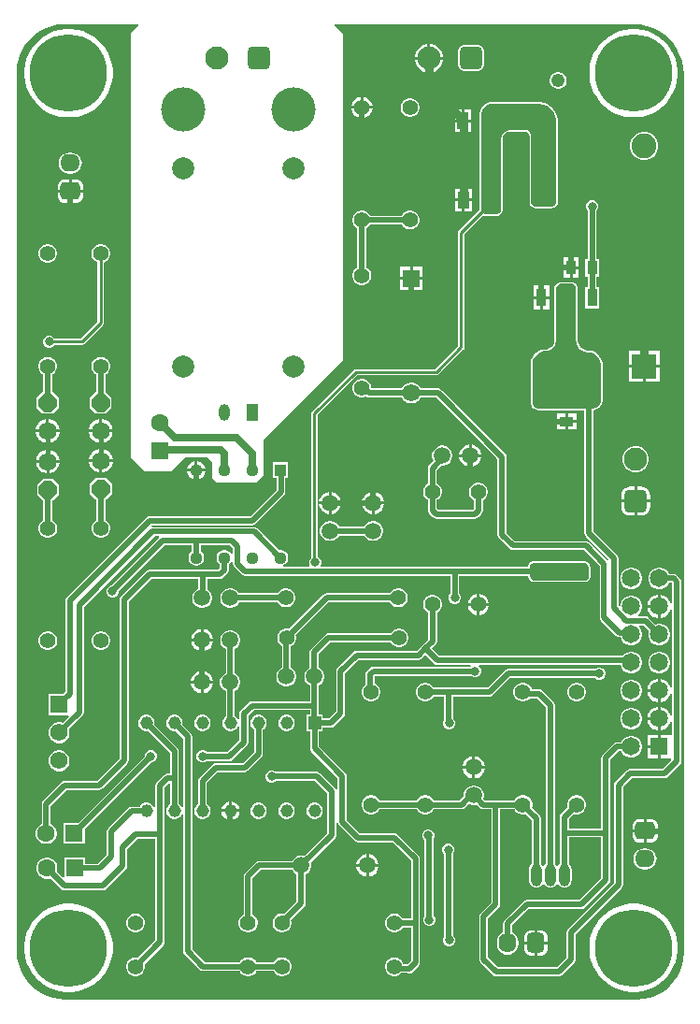
<source format=gbl>
G04*
G04 #@! TF.GenerationSoftware,Altium Limited,Altium Designer,21.3.2 (30)*
G04*
G04 Layer_Physical_Order=2*
G04 Layer_Color=16711680*
%FSTAX25Y25*%
%MOIN*%
G70*
G04*
G04 #@! TF.SameCoordinates,19385EB9-96A7-4604-B433-F295045984F4*
G04*
G04*
G04 #@! TF.FilePolarity,Positive*
G04*
G01*
G75*
%ADD12C,0.01000*%
%ADD14C,0.02000*%
%ADD21C,0.05906*%
%ADD22R,0.05118X0.03543*%
%ADD23R,0.03740X0.06496*%
%ADD24R,0.12992X0.06496*%
%ADD25R,0.03543X0.05118*%
%ADD65C,0.03000*%
%ADD66C,0.06299*%
%ADD67R,0.06299X0.06299*%
G04:AMPARAMS|DCode=68|XSize=82.68mil|YSize=82.68mil|CornerRadius=20.67mil|HoleSize=0mil|Usage=FLASHONLY|Rotation=180.000|XOffset=0mil|YOffset=0mil|HoleType=Round|Shape=RoundedRectangle|*
%AMROUNDEDRECTD68*
21,1,0.08268,0.04134,0,0,180.0*
21,1,0.04134,0.08268,0,0,180.0*
1,1,0.04134,-0.02067,0.02067*
1,1,0.04134,0.02067,0.02067*
1,1,0.04134,0.02067,-0.02067*
1,1,0.04134,-0.02067,-0.02067*
%
%ADD68ROUNDEDRECTD68*%
%ADD69C,0.08268*%
%ADD70C,0.07874*%
G04:AMPARAMS|DCode=71|XSize=70.87mil|YSize=62.99mil|CornerRadius=15.75mil|HoleSize=0mil|Usage=FLASHONLY|Rotation=180.000|XOffset=0mil|YOffset=0mil|HoleType=Round|Shape=RoundedRectangle|*
%AMROUNDEDRECTD71*
21,1,0.07087,0.03150,0,0,180.0*
21,1,0.03937,0.06299,0,0,180.0*
1,1,0.03150,-0.01968,0.01575*
1,1,0.03150,0.01968,0.01575*
1,1,0.03150,0.01968,-0.01575*
1,1,0.03150,-0.01968,-0.01575*
%
%ADD71ROUNDEDRECTD71*%
%ADD72O,0.07087X0.06299*%
%ADD73C,0.05512*%
%ADD74P,0.07036X8X292.5*%
%ADD75C,0.06500*%
%ADD76R,0.04606X0.04606*%
%ADD77C,0.04606*%
%ADD78C,0.06200*%
%ADD79R,0.06200X0.06200*%
%ADD80C,0.05976*%
%ADD81O,0.03937X0.07874*%
%ADD82C,0.06496*%
%ADD83R,0.06496X0.06496*%
G04:AMPARAMS|DCode=84|XSize=82.68mil|YSize=82.68mil|CornerRadius=20.67mil|HoleSize=0mil|Usage=FLASHONLY|Rotation=90.000|XOffset=0mil|YOffset=0mil|HoleType=Round|Shape=RoundedRectangle|*
%AMROUNDEDRECTD84*
21,1,0.08268,0.04134,0,0,90.0*
21,1,0.04134,0.08268,0,0,90.0*
1,1,0.04134,0.02067,0.02067*
1,1,0.04134,0.02067,-0.02067*
1,1,0.04134,-0.02067,-0.02067*
1,1,0.04134,-0.02067,0.02067*
%
%ADD84ROUNDEDRECTD84*%
%ADD85O,0.03937X0.05906*%
%ADD86R,0.03937X0.05906*%
%ADD87C,0.08858*%
%ADD88R,0.08858X0.08858*%
%ADD89R,0.06299X0.06299*%
G04:AMPARAMS|DCode=90|XSize=70.87mil|YSize=62.99mil|CornerRadius=15.75mil|HoleSize=0mil|Usage=FLASHONLY|Rotation=270.000|XOffset=0mil|YOffset=0mil|HoleType=Round|Shape=RoundedRectangle|*
%AMROUNDEDRECTD90*
21,1,0.07087,0.03150,0,0,270.0*
21,1,0.03937,0.06299,0,0,270.0*
1,1,0.03150,-0.01575,-0.01968*
1,1,0.03150,-0.01575,0.01968*
1,1,0.03150,0.01575,0.01968*
1,1,0.03150,0.01575,-0.01968*
%
%ADD90ROUNDEDRECTD90*%
%ADD91O,0.06299X0.07087*%
%ADD92C,0.15748*%
%ADD93C,0.04835*%
%ADD94R,0.04449X0.04449*%
%ADD95C,0.04449*%
%ADD96R,0.06260X0.06260*%
%ADD97C,0.06260*%
%ADD98C,0.03150*%
%ADD99C,0.02598*%
%ADD100C,0.01800*%
%ADD101C,0.02500*%
%ADD102C,0.27559*%
G36*
X031831Y0412396D02*
X0320588Y0411942D01*
X0322787Y0411196D01*
X032487Y0410169D01*
X0326801Y0408879D01*
X0328547Y0407347D01*
X0330079Y0405601D01*
X0331369Y040367D01*
X0332396Y0401587D01*
X0333142Y0399388D01*
X0333596Y039711D01*
X0333746Y039481D01*
X0333743Y0394793D01*
Y0119346D01*
Y0081483D01*
X0333745Y0081476D01*
X0333603Y0079313D01*
X0333178Y007718D01*
X0332479Y007512D01*
X0331517Y0073169D01*
X0330309Y0071361D01*
X0328875Y0069725D01*
X0327239Y0068291D01*
X0325431Y0067083D01*
X032348Y0066121D01*
X032142Y0065422D01*
X0319287Y0064997D01*
X0317125Y0064855D01*
X0317117Y0064857D01*
X0113239D01*
X0113225Y0064854D01*
X011097Y0065002D01*
X0108739Y0065446D01*
X0106586Y0066177D01*
X0104546Y0067183D01*
X0102655Y0068446D01*
X0100945Y0069946D01*
X0099446Y0071655D01*
X0098183Y0073546D01*
X0097177Y0075586D01*
X0096446Y0077739D01*
X0096002Y007997D01*
X0095854Y0082225D01*
X0095857Y0082239D01*
Y0120025D01*
Y0395652D01*
X0095855Y0395661D01*
X0095999Y0397857D01*
X009643Y0400024D01*
X009714Y0402117D01*
X0098118Y0404099D01*
X0099345Y0405936D01*
X0100803Y0407597D01*
X0102464Y0409055D01*
X0104301Y0410282D01*
X0106283Y041126D01*
X0108376Y041197D01*
X0110543Y0412401D01*
X0112739Y0412545D01*
X0112748Y0412543D01*
X0128D01*
X013919D01*
X0139381Y0412081D01*
X01367Y04094D01*
Y02582D01*
X01416Y02533D01*
X01512D01*
X01559Y0258D01*
X01638D01*
X01655Y02563D01*
Y02508D01*
X0167Y02493D01*
X01816D01*
X0184Y02517D01*
Y0264337D01*
X02124Y0292737D01*
Y04088D01*
X0209119Y0412081D01*
X020931Y0412543D01*
X0315993Y0412543D01*
X031601Y0412546D01*
X031831Y0412396D01*
D02*
G37*
%LPC*%
G36*
X0316912Y0410862D02*
X031588Y0410862D01*
X031588Y0410862D01*
X0314848Y0410862D01*
X0312801Y0410593D01*
X0310807Y0410058D01*
X03089Y0409268D01*
X0307112Y0408236D01*
X0305475Y0406979D01*
X0304015Y040552D01*
X0302758Y0403882D01*
X0301726Y0402094D01*
X0300936Y0400187D01*
X0300402Y0398193D01*
X0300132Y0396146D01*
X0300132Y0395114D01*
X0300132Y0395114D01*
X0300132Y0394082D01*
X0300402Y0392035D01*
X0300936Y0390041D01*
X0301726Y0388134D01*
X0302758Y0386346D01*
X0304015Y0384708D01*
X0305475Y0383249D01*
X0307113Y0381992D01*
X03089Y038096D01*
X0310807Y038017D01*
X0312802Y0379636D01*
X0314848Y0379366D01*
X031588D01*
X0316913Y0379366D01*
X0318959Y0379636D01*
X0320953Y038017D01*
X0322861Y038096D01*
X0324648Y0381992D01*
X0326286Y0383249D01*
X0327746Y0384708D01*
X0329002Y0386346D01*
X0330035Y0388134D01*
X0330824Y0390041D01*
X0331359Y0392035D01*
X0331628Y0394082D01*
X0331628Y0395114D01*
X0331628Y0395114D01*
X0331628Y0395114D01*
X0331628Y0396146D01*
X0331359Y0398193D01*
X0330824Y0400187D01*
X0330034Y0402094D01*
X0329002Y0403882D01*
X0327746Y040552D01*
X0326286Y0406979D01*
X0324648Y0408236D01*
X032286Y0409268D01*
X0320953Y0410058D01*
X0318959Y0410593D01*
X0316912Y0410862D01*
D02*
G37*
G36*
X0115377D02*
X0114345Y0410862D01*
X0114345Y0410862D01*
X0113312Y0410862D01*
X0111266Y0410593D01*
X0109272Y0410058D01*
X0107365Y0409268D01*
X0105577Y0408236D01*
X0103939Y0406979D01*
X010248Y040552D01*
X0101223Y0403882D01*
X0100191Y0402094D01*
X0099401Y0400187D01*
X0098866Y0398193D01*
X0098597Y0396146D01*
X0098597Y0395114D01*
X0098597Y0395114D01*
X0098597Y0394082D01*
X0098866Y0392035D01*
X0099401Y0390041D01*
X0100191Y0388134D01*
X0101223Y0386346D01*
X010248Y0384708D01*
X0103939Y0383249D01*
X0105577Y0381992D01*
X0107365Y038096D01*
X0109272Y038017D01*
X0111266Y0379636D01*
X0113313Y0379366D01*
X0114345D01*
X0115377Y0379366D01*
X0117424Y0379636D01*
X0119418Y038017D01*
X0121325Y038096D01*
X0123113Y0381992D01*
X0124751Y0383249D01*
X012621Y0384708D01*
X0127467Y0386346D01*
X0128499Y0388134D01*
X0129289Y0390041D01*
X0129823Y0392035D01*
X0130093Y0394082D01*
X0130093Y0395114D01*
X0130093Y0395114D01*
X0130093Y0395114D01*
X0130093Y0396146D01*
X0129823Y0398193D01*
X0129289Y0400187D01*
X0128499Y0402094D01*
X0127467Y0403882D01*
X012621Y040552D01*
X012475Y0406979D01*
X0123113Y0408236D01*
X0121325Y0409268D01*
X0119418Y0410058D01*
X0117424Y0410593D01*
X0115377Y0410862D01*
D02*
G37*
G36*
X0243576Y0405569D02*
X02434D01*
Y0400936D01*
X0248034D01*
Y0401111D01*
X0247684Y0402417D01*
X0247008Y0403588D01*
X0246052Y0404544D01*
X0244882Y040522D01*
X0243576Y0405569D01*
D02*
G37*
G36*
X02424D02*
X0242224D01*
X0240918Y040522D01*
X0239748Y0404544D01*
X0238792Y0403588D01*
X0238116Y0402417D01*
X0237766Y0401111D01*
Y0400936D01*
X02424D01*
Y0405569D01*
D02*
G37*
G36*
X0259967Y0405183D02*
X0255833D01*
X0255139Y0405091D01*
X0254493Y0404824D01*
X0253938Y0404398D01*
X0253512Y0403843D01*
X0253244Y0403196D01*
X0253153Y0402502D01*
Y0398369D01*
X0253244Y0397675D01*
X0253512Y0397028D01*
X0253938Y0396473D01*
X0254493Y0396047D01*
X0255139Y0395779D01*
X0255833Y0395688D01*
X0259967D01*
X0260661Y0395779D01*
X0261307Y0396047D01*
X0261862Y0396473D01*
X0262288Y0397028D01*
X0262556Y0397675D01*
X0262647Y0398369D01*
Y0402502D01*
X0262556Y0403196D01*
X0262288Y0403843D01*
X0261862Y0404398D01*
X0261307Y0404824D01*
X0260661Y0405091D01*
X0259967Y0405183D01*
D02*
G37*
G36*
X0248034Y0399936D02*
X02434D01*
Y0395302D01*
X0243576D01*
X0244882Y0395652D01*
X0246052Y0396327D01*
X0247008Y0397283D01*
X0247684Y0398454D01*
X0248034Y039976D01*
Y0399936D01*
D02*
G37*
G36*
X02424D02*
X0237766D01*
Y039976D01*
X0238116Y0398454D01*
X0238792Y0397283D01*
X0239748Y0396327D01*
X0240918Y0395652D01*
X0242224Y0395302D01*
X02424D01*
Y0399936D01*
D02*
G37*
G36*
X0289355Y0395488D02*
X0288563D01*
X0287798Y0395283D01*
X0287112Y0394887D01*
X0286552Y0394327D01*
X0286156Y0393641D01*
X0285951Y0392876D01*
Y0392084D01*
X0286156Y0391319D01*
X0286552Y0390633D01*
X0287112Y0390073D01*
X0287798Y0389677D01*
X0288563Y0389472D01*
X0289355D01*
X029012Y0389677D01*
X0290806Y0390073D01*
X0291366Y0390633D01*
X0291762Y0391319D01*
X0291967Y0392084D01*
Y0392876D01*
X0291762Y0393641D01*
X0291366Y0394327D01*
X0290806Y0394887D01*
X029012Y0395283D01*
X0289355Y0395488D01*
D02*
G37*
G36*
X02656Y0384839D02*
X02656Y0384839D01*
X0265206Y0384839D01*
X0265146Y0384814D01*
X0265081Y0384827D01*
X0264309Y0384673D01*
X0264254Y0384637D01*
X0264189D01*
X0263461Y0384335D01*
X0263414Y0384289D01*
X026335Y0384276D01*
X0262695Y0383839D01*
X0262659Y0383784D01*
X0262598Y0383759D01*
X0262041Y0383202D01*
X0262016Y0383141D01*
X0261962Y0383105D01*
X0261524Y038245D01*
X0261511Y0382386D01*
X0261465Y0382339D01*
X0261163Y0381611D01*
Y0381546D01*
X0261127Y0381491D01*
X0260973Y0380719D01*
X0260986Y0380654D01*
X0260961Y0380594D01*
X0260961Y03802D01*
X0260961Y03467D01*
Y0346449D01*
X0253614Y0339102D01*
X0253373Y0338741D01*
X0253288Y0338316D01*
X0253288Y0338316D01*
Y0297861D01*
X0245039Y0289612D01*
X0216757D01*
X0216331Y0289527D01*
X021597Y0289286D01*
X021597Y0289286D01*
X0201214Y027453D01*
X0200973Y0274169D01*
X0200888Y0273744D01*
X0200888Y0273744D01*
Y0222316D01*
X0200464Y0221892D01*
X0200135Y0221096D01*
Y0220235D01*
X0200389Y0219622D01*
X0200128Y0219122D01*
X0190879D01*
X0190813Y0219622D01*
X0190987Y0219668D01*
X0191628Y0220039D01*
X0192153Y0220563D01*
X0192523Y0221205D01*
X0192715Y0221921D01*
Y0222662D01*
X0192523Y0223378D01*
X0192153Y022402D01*
X0191628Y0224544D01*
X0190987Y0224915D01*
X0190271Y0225106D01*
X0189529D01*
X018941Y0225074D01*
X0181638Y0232847D01*
X0181112Y0233198D01*
X0180491Y0233322D01*
X01444D01*
X0144111Y0233264D01*
X0143819Y0233716D01*
X0143934Y0233878D01*
X01799D01*
X0180521Y0234002D01*
X0181047Y0234353D01*
X0191247Y0244553D01*
X0191598Y0245079D01*
X0191722Y02457D01*
Y0250736D01*
X0192715D01*
Y0256366D01*
X0187085D01*
Y0250736D01*
X0188478D01*
Y0246372D01*
X0179228Y0237122D01*
X01431D01*
X0142479Y0236998D01*
X0141953Y0236647D01*
X0113753Y0208447D01*
X0113402Y0207921D01*
X0113278Y02073D01*
Y0174572D01*
X0112397Y0173691D01*
X0107309D01*
Y0166309D01*
X0114309D01*
X0114516Y0165809D01*
X0112205Y0163498D01*
X0111486Y0163691D01*
X0110514D01*
X0109575Y0163439D01*
X0108734Y0162953D01*
X0108047Y0162266D01*
X0107561Y0161425D01*
X0107309Y0160486D01*
Y0159514D01*
X0107561Y0158575D01*
X0108047Y0157734D01*
X0108734Y0157047D01*
X0109575Y0156561D01*
X0110514Y0156309D01*
X0111486D01*
X0112425Y0156561D01*
X0113266Y0157047D01*
X0113953Y0157734D01*
X0114439Y0158575D01*
X0114691Y0159514D01*
Y0160486D01*
X0114498Y0161205D01*
X0119347Y0166053D01*
X0119698Y0166579D01*
X0119822Y01672D01*
Y0204828D01*
X0145072Y0230078D01*
X0146549D01*
X0146701Y0229578D01*
X0146653Y0229547D01*
X0129672Y0212565D01*
X0129569D01*
X0128773Y0212236D01*
X0128164Y0211627D01*
X0127835Y0210831D01*
Y0209969D01*
X0128164Y0209173D01*
X0128773Y0208564D01*
X0129569Y0208235D01*
X0130431D01*
X0131227Y0208564D01*
X0131836Y0209173D01*
X0132165Y0209969D01*
Y0210472D01*
X0148472Y0226778D01*
X0158278D01*
Y0224605D01*
X0158172Y0224544D01*
X0157648Y022402D01*
X0157277Y0223378D01*
X0157085Y0222662D01*
Y0221921D01*
X0157277Y0221205D01*
X0157648Y0220563D01*
X0158172Y0220039D01*
X0158814Y0219668D01*
X0159529Y0219476D01*
X0160271D01*
X0160986Y0219668D01*
X0161628Y0220039D01*
X0162153Y0220563D01*
X0162523Y0221205D01*
X0162715Y0221921D01*
Y0222662D01*
X0162523Y0223378D01*
X0162153Y022402D01*
X0161628Y0224544D01*
X0161522Y0224605D01*
Y0226778D01*
X0171928D01*
X0172978Y0225728D01*
Y0223544D01*
X0172742Y0223458D01*
X0172478Y0223456D01*
X0172152Y022402D01*
X0171628Y0224544D01*
X0170986Y0224915D01*
X0170271Y0225106D01*
X0169529D01*
X0168814Y0224915D01*
X0168172Y0224544D01*
X0167648Y022402D01*
X0167277Y0223378D01*
X0167085Y0222662D01*
Y0221921D01*
X0167277Y0221205D01*
X0167648Y0220563D01*
X0168172Y0220039D01*
X0168278Y0219977D01*
Y0218572D01*
X0167728Y0218022D01*
X01431D01*
X0142479Y0217898D01*
X0141953Y0217547D01*
X0133053Y0208647D01*
X0132702Y0208121D01*
X0132578Y02075D01*
Y0150772D01*
X0124628Y0142822D01*
X0113D01*
X0112379Y0142698D01*
X0111853Y0142347D01*
X0105253Y0135747D01*
X0104902Y0135221D01*
X0104778Y01346D01*
Y0127482D01*
X0104104Y0127093D01*
X0103407Y0126397D01*
X0102915Y0125544D01*
X010266Y0124592D01*
Y0123608D01*
X0102915Y0122656D01*
X0103407Y0121803D01*
X0104104Y0121107D01*
X0104956Y0120615D01*
X0105908Y012036D01*
X0106892D01*
X0107844Y0120615D01*
X0108696Y0121107D01*
X0109393Y0121803D01*
X0109885Y0122656D01*
X011014Y0123608D01*
Y0124592D01*
X0109885Y0125544D01*
X0109393Y0126397D01*
X0108696Y0127093D01*
X0108022Y0127482D01*
Y0133928D01*
X0113672Y0139578D01*
X01253D01*
X0125921Y0139702D01*
X0126447Y0140053D01*
X0135347Y0148953D01*
X0135698Y0149479D01*
X0135822Y01501D01*
Y0206828D01*
X0143772Y0214778D01*
X0160678D01*
Y0211326D01*
X0160667Y0211323D01*
X0159859Y0210857D01*
X0159199Y0210197D01*
X0158733Y0209389D01*
X0158491Y0208488D01*
Y0207555D01*
X0158733Y0206654D01*
X0159199Y0205846D01*
X0159859Y0205186D01*
X0160667Y0204719D01*
X0161568Y0204478D01*
X0162501D01*
X0163402Y0204719D01*
X016421Y0205186D01*
X016487Y0205846D01*
X0165337Y0206654D01*
X0165578Y0207555D01*
Y0208488D01*
X0165337Y0209389D01*
X016487Y0210197D01*
X016421Y0210857D01*
X0163922Y0211023D01*
Y0214778D01*
X01684D01*
X0169021Y0214902D01*
X0169547Y0215253D01*
X0171047Y0216753D01*
X0171398Y0217279D01*
X0171522Y02179D01*
Y0219977D01*
X0171628Y0220039D01*
X0172152Y0220563D01*
X0172478Y0221127D01*
X0172742Y0221125D01*
X0172978Y0221039D01*
Y02202D01*
X0173102Y0219579D01*
X0173453Y0219053D01*
X0176153Y0216353D01*
X0176679Y0216002D01*
X01773Y0215878D01*
X0250478D01*
Y0209541D01*
X0250264Y0209327D01*
X0249935Y0208531D01*
Y0207669D01*
X0250264Y0206873D01*
X0250873Y0206264D01*
X0251669Y0205935D01*
X0252531D01*
X0253327Y0206264D01*
X0253936Y0206873D01*
X0254265Y0207669D01*
Y0208531D01*
X0253936Y0209327D01*
X0253722Y0209541D01*
Y0215878D01*
X0278161D01*
Y0215742D01*
X0278209Y0215624D01*
Y0215497D01*
X0278484Y0214836D01*
X0278573Y0214746D01*
X0278622Y0214628D01*
X0279128Y0214122D01*
X0279246Y0214073D01*
X0279336Y0213983D01*
X0279997Y0213709D01*
X0280124D01*
X0280242Y0213661D01*
X02986D01*
X0298839Y0213661D01*
X0298956Y0213709D01*
X0299083Y0213709D01*
X0299524Y0213892D01*
X0299614Y0213982D01*
X0299732Y0214031D01*
X0300069Y0214368D01*
X0300118Y0214486D01*
X0300208Y0214576D01*
X0300391Y0215017D01*
Y0215144D01*
X0300439Y0215261D01*
X0300439Y02155D01*
X0300439Y0219D01*
X0300439Y0219D01*
Y0219D01*
X0300421Y0219045D01*
X0300433Y0219091D01*
X0300367Y0219548D01*
X0300325Y0219619D01*
Y0219702D01*
X0300162Y0220094D01*
X0300072Y0220184D01*
X0300024Y0220302D01*
X0299602Y0220724D01*
X0299484Y0220772D01*
X0299394Y0220862D01*
X0298843Y0221091D01*
X0298716D01*
X0298598Y0221139D01*
X02983Y0221139D01*
X0280082Y0221139D01*
X0279964Y0221091D01*
X0279837D01*
X0279249Y0220847D01*
X0279159Y0220757D01*
X0279042Y0220708D01*
X0278592Y0220258D01*
X0278543Y0220141D01*
X0278453Y0220051D01*
X0278209Y0219463D01*
X0277798Y0219122D01*
X0204472D01*
X0204211Y0219622D01*
X0204465Y0220235D01*
Y0221096D01*
X0204136Y0221892D01*
X0203527Y0222501D01*
X0203112Y0222673D01*
Y0273283D01*
X0217217Y0287388D01*
X02455D01*
X02455Y0287388D01*
X0245925Y0287473D01*
X0246286Y0287714D01*
X0255186Y0296614D01*
X0255427Y0296974D01*
X0255512Y02974D01*
Y0337855D01*
X026221Y0344553D01*
X0262797Y0344309D01*
X0262925D01*
X0263042Y0344261D01*
X0267178D01*
X0267295Y0344309D01*
X0267423D01*
X0268121Y0344599D01*
X0268211Y0344689D01*
X0268328Y0344737D01*
X0268863Y0345272D01*
X0268911Y0345389D01*
X0269001Y0345479D01*
X026929Y0346177D01*
Y0346305D01*
X0269339Y0346422D01*
Y03468D01*
X0269339Y0372068D01*
X0269377Y037245D01*
X026968Y0373182D01*
X0270218Y037372D01*
X027095Y0374023D01*
X0271331Y0374061D01*
X0277369Y0374061D01*
X0277633Y0374035D01*
X0278149Y0373821D01*
X0278521Y0373449D01*
X0278735Y0372933D01*
X0278761Y0372669D01*
Y03492D01*
Y0348882D01*
X0278809Y0348764D01*
Y0348637D01*
X0279053Y0348049D01*
X0279143Y0347959D01*
X0279192Y0347842D01*
X0279642Y0347392D01*
X0279759Y0347343D01*
X0279849Y0347253D01*
X0280437Y0347009D01*
X0280564D01*
X0280682Y0346961D01*
X0286918D01*
X0287036Y0347009D01*
X0287163D01*
X0287751Y0347253D01*
X0287841Y0347343D01*
X0287958Y0347392D01*
X0288408Y0347842D01*
X0288457Y0347959D01*
X0288547Y0348049D01*
X028879Y0348637D01*
Y0348764D01*
X0288839Y0348882D01*
Y03492D01*
Y03778D01*
X0288839Y03778D01*
X0288839Y037843D01*
X0288814Y0378491D01*
X0288827Y0378555D01*
X0288581Y0379791D01*
X0288545Y0379846D01*
Y0379911D01*
X0288062Y0381076D01*
X0288016Y0381122D01*
X0288003Y0381187D01*
X0287303Y0382235D01*
X0287248Y0382271D01*
X0287223Y0382332D01*
X0286332Y0383223D01*
X0286271Y0383248D01*
X0286235Y0383303D01*
X0285187Y0384003D01*
X0285122Y0384016D01*
X0285076Y0384062D01*
X0283911Y0384545D01*
X0283846D01*
X0283791Y0384581D01*
X0282555Y0384827D01*
X0282491Y0384814D01*
X028243Y0384839D01*
X02818Y0384839D01*
X02656Y0384839D01*
D02*
G37*
G36*
X02195Y0386612D02*
Y0383358D01*
X0222754D01*
X02225Y0384307D01*
X0222006Y0385164D01*
X0221306Y0385863D01*
X022045Y0386357D01*
X02195Y0386612D01*
D02*
G37*
G36*
X02185D02*
X021755Y0386357D01*
X0216694Y0385863D01*
X0215995Y0385164D01*
X02155Y0384307D01*
X0215246Y0383358D01*
X02185D01*
Y0386612D01*
D02*
G37*
G36*
X0236541Y0386204D02*
X0235659D01*
X0234808Y0385976D01*
X0234045Y0385535D01*
X0233422Y0384912D01*
X0232982Y0384149D01*
X0232753Y0383298D01*
Y0382417D01*
X0232982Y0381566D01*
X0233422Y0380803D01*
X0234045Y038018D01*
X0234808Y0379739D01*
X0235659Y0379511D01*
X0236541D01*
X0237392Y0379739D01*
X0238155Y038018D01*
X0238778Y0380803D01*
X0239218Y0381566D01*
X0239446Y0382417D01*
Y0383298D01*
X0239218Y0384149D01*
X0238778Y0384912D01*
X0238155Y0385535D01*
X0237392Y0385976D01*
X0236541Y0386204D01*
D02*
G37*
G36*
X0222754Y0382358D02*
X02195D01*
Y0379103D01*
X022045Y0379358D01*
X0221306Y0379852D01*
X0222006Y0380551D01*
X02225Y0381408D01*
X0222754Y0382358D01*
D02*
G37*
G36*
X02185D02*
X0215246D01*
X02155Y0381408D01*
X0215995Y0380551D01*
X0216694Y0379852D01*
X021755Y0379358D01*
X02185Y0379103D01*
Y0382358D01*
D02*
G37*
G36*
X0258026Y0382074D02*
X0255557D01*
Y0378621D01*
X0258026D01*
Y0382074D01*
D02*
G37*
G36*
X0254557D02*
X0252089D01*
Y0378621D01*
X0254557D01*
Y0382074D01*
D02*
G37*
G36*
X0258026Y0377621D02*
X0255557D01*
Y0374168D01*
X0258026D01*
Y0377621D01*
D02*
G37*
G36*
X0254557D02*
X0252089D01*
Y0374168D01*
X0254557D01*
Y0377621D01*
D02*
G37*
G36*
X0320361Y0374084D02*
X0319039D01*
X0317762Y0373742D01*
X0316618Y0373081D01*
X0315683Y0372147D01*
X0315022Y0371002D01*
X031468Y0369725D01*
Y0368404D01*
X0315022Y0367127D01*
X0315683Y0365982D01*
X0316618Y0365048D01*
X0317762Y0364387D01*
X0319039Y0364045D01*
X0320361D01*
X0321638Y0364387D01*
X0322782Y0365048D01*
X0323717Y0365982D01*
X0324378Y0367127D01*
X032472Y0368404D01*
Y0369725D01*
X0324378Y0371002D01*
X0323717Y0372147D01*
X0322782Y0373081D01*
X0321638Y0373742D01*
X0320361Y0374084D01*
D02*
G37*
G36*
X0115394Y0366772D02*
X0114606D01*
X011363Y0366644D01*
X011272Y0366267D01*
X0111939Y0365668D01*
X0111339Y0364886D01*
X0110962Y0363976D01*
X0110834Y0363D01*
X0110962Y0362024D01*
X0111339Y0361114D01*
X0111939Y0360332D01*
X011272Y0359733D01*
X011363Y0359356D01*
X0114606Y0359228D01*
X0115394D01*
X011637Y0359356D01*
X011728Y0359733D01*
X0118061Y0360332D01*
X0118661Y0361114D01*
X0119038Y0362024D01*
X0119166Y0363D01*
X0119038Y0363976D01*
X0118661Y0364886D01*
X0118061Y0365668D01*
X011728Y0366267D01*
X011637Y0366644D01*
X0115394Y0366772D01*
D02*
G37*
G36*
X0116969Y0357172D02*
X01155D01*
Y03535D01*
X0119565D01*
Y0354575D01*
X0119477Y0355247D01*
X0119218Y0355873D01*
X0118805Y0356411D01*
X0118267Y0356824D01*
X0117641Y0357083D01*
X0116969Y0357172D01*
D02*
G37*
G36*
X01145D02*
X0113031D01*
X0112359Y0357083D01*
X0111733Y0356824D01*
X0111195Y0356411D01*
X0110782Y0355873D01*
X0110523Y0355247D01*
X0110434Y0354575D01*
Y03535D01*
X01145D01*
Y0357172D01*
D02*
G37*
G36*
X0258126Y0353853D02*
X0255658D01*
Y03504D01*
X0258126D01*
Y0353853D01*
D02*
G37*
G36*
X0254658D02*
X0252189D01*
Y03504D01*
X0254658D01*
Y0353853D01*
D02*
G37*
G36*
X0119565Y03525D02*
X01155D01*
Y0348828D01*
X0116969D01*
X0117641Y0348917D01*
X0118267Y0349176D01*
X0118805Y0349589D01*
X0119218Y0350127D01*
X0119477Y0350753D01*
X0119565Y0351425D01*
Y03525D01*
D02*
G37*
G36*
X01145D02*
X0110434D01*
Y0351425D01*
X0110523Y0350753D01*
X0110782Y0350127D01*
X0111195Y0349589D01*
X0111733Y0349176D01*
X0112359Y0348917D01*
X0113031Y0348828D01*
X01145D01*
Y03525D01*
D02*
G37*
G36*
X0258126Y03494D02*
X0255658D01*
Y0345947D01*
X0258126D01*
Y03494D01*
D02*
G37*
G36*
X0254658D02*
X0252189D01*
Y0345947D01*
X0254658D01*
Y03494D01*
D02*
G37*
G36*
X0236541Y0346046D02*
X0235659D01*
X0234808Y0345818D01*
X0234045Y0345378D01*
X0233422Y0344755D01*
X0233172Y0344322D01*
X0221928D01*
X0221678Y0344755D01*
X0221055Y0345378D01*
X0220292Y0345818D01*
X0219441Y0346046D01*
X0218559D01*
X0217708Y0345818D01*
X0216945Y0345378D01*
X0216322Y0344755D01*
X0215882Y0343992D01*
X0215653Y0343141D01*
Y0342259D01*
X0215882Y0341408D01*
X0216322Y0340645D01*
X0216945Y0340022D01*
X0217378Y0339772D01*
Y0325907D01*
X0216945Y0325657D01*
X0216322Y0325033D01*
X0215882Y032427D01*
X0215653Y0323419D01*
Y0322538D01*
X0215882Y0321687D01*
X0216322Y0320924D01*
X0216945Y0320301D01*
X0217708Y031986D01*
X0218559Y0319632D01*
X0219441D01*
X0220292Y031986D01*
X0221055Y0320301D01*
X0221678Y0320924D01*
X0222118Y0321687D01*
X0222346Y0322538D01*
Y0323419D01*
X0222118Y032427D01*
X0221678Y0325033D01*
X0221055Y0325657D01*
X0220622Y0325907D01*
Y0339772D01*
X0221055Y0340022D01*
X0221678Y0340645D01*
X0221928Y0341078D01*
X0233172D01*
X0233422Y0340645D01*
X0234045Y0340022D01*
X0234808Y0339582D01*
X0235659Y0339353D01*
X0236541D01*
X0237392Y0339582D01*
X0238155Y0340022D01*
X0238778Y0340645D01*
X0239218Y0341408D01*
X0239446Y0342259D01*
Y0343141D01*
X0239218Y0343992D01*
X0238778Y0344755D01*
X0238155Y0345378D01*
X0237392Y0345818D01*
X0236541Y0346046D01*
D02*
G37*
G36*
X0107344Y0334126D02*
X0106463D01*
X0105612Y0333898D01*
X0104848Y0333457D01*
X0104225Y0332834D01*
X0103785Y0332071D01*
X0103557Y033122D01*
Y0330339D01*
X0103785Y0329488D01*
X0104225Y0328725D01*
X0104848Y0328101D01*
X0105612Y0327661D01*
X0106463Y0327433D01*
X0107344D01*
X0108195Y0327661D01*
X0108958Y0328101D01*
X0109581Y0328725D01*
X0110021Y0329488D01*
X011025Y0330339D01*
Y033122D01*
X0110021Y0332071D01*
X0109581Y0332834D01*
X0108958Y0333457D01*
X0108195Y0333898D01*
X0107344Y0334126D01*
D02*
G37*
G36*
X0296364Y0329346D02*
X0294093D01*
Y0326287D01*
X0296364D01*
Y0329346D01*
D02*
G37*
G36*
X0293093D02*
X0290821D01*
Y0326287D01*
X0293093D01*
Y0329346D01*
D02*
G37*
G36*
X024073Y0326017D02*
X02371D01*
Y0322387D01*
X024073D01*
Y0326017D01*
D02*
G37*
G36*
X02361D02*
X023247D01*
Y0322387D01*
X02361D01*
Y0326017D01*
D02*
G37*
G36*
X0296364Y0325287D02*
X0294093D01*
Y0322228D01*
X0296364D01*
Y0325287D01*
D02*
G37*
G36*
X0293093D02*
X0290821D01*
Y0322228D01*
X0293093D01*
Y0325287D01*
D02*
G37*
G36*
X024073Y0321387D02*
X02371D01*
Y0317758D01*
X024073D01*
Y0321387D01*
D02*
G37*
G36*
X02361D02*
X023247D01*
Y0317758D01*
X02361D01*
Y0321387D01*
D02*
G37*
G36*
X0285833Y0319335D02*
X0283463D01*
Y0315587D01*
X0285833D01*
Y0319335D01*
D02*
G37*
G36*
X0282463D02*
X0280093D01*
Y0315587D01*
X0282463D01*
Y0319335D01*
D02*
G37*
G36*
X0301504Y0349792D02*
X0300642D01*
X0299846Y0349463D01*
X0299237Y0348854D01*
X0298908Y0348058D01*
Y0347196D01*
X0299237Y03464D01*
X0299451Y0346186D01*
Y0328936D01*
X0298711D01*
Y0322637D01*
X0299451D01*
Y0318925D01*
X0298612D01*
Y0311248D01*
X0303534D01*
Y0318925D01*
X0302695D01*
Y0322637D01*
X0303435D01*
Y0328936D01*
X0302695D01*
Y0346186D01*
X0302909Y03464D01*
X0303238Y0347196D01*
Y0348058D01*
X0302909Y0348854D01*
X0302299Y0349463D01*
X0301504Y0349792D01*
D02*
G37*
G36*
X0285833Y0314587D02*
X0283463D01*
Y0310839D01*
X0285833D01*
Y0314587D01*
D02*
G37*
G36*
X0282463D02*
X0280093D01*
Y0310839D01*
X0282463D01*
Y0314587D01*
D02*
G37*
G36*
X0126244Y0334126D02*
X0125363D01*
X0124512Y0333898D01*
X0123748Y0333457D01*
X0123125Y0332834D01*
X0122685Y0332071D01*
X0122457Y033122D01*
Y0330339D01*
X0122685Y0329488D01*
X0123125Y0328725D01*
X0123748Y0328101D01*
X0124512Y0327661D01*
X0124691Y0327613D01*
Y0306564D01*
X0118639Y0300512D01*
X0109383D01*
X0109336Y0300627D01*
X0108727Y0301236D01*
X0107931Y0301565D01*
X0107069D01*
X0106273Y0301236D01*
X0105664Y0300627D01*
X0105335Y0299831D01*
Y0298969D01*
X0105664Y0298173D01*
X0106273Y0297564D01*
X0107069Y0297235D01*
X0107931D01*
X0108727Y0297564D01*
X0109336Y0298173D01*
X0109383Y0298288D01*
X01191D01*
X01191Y0298288D01*
X0119526Y0298373D01*
X0119886Y0298614D01*
X0126589Y0305317D01*
X012683Y0305678D01*
X0126915Y0306103D01*
Y0327613D01*
X0127095Y0327661D01*
X0127858Y0328101D01*
X0128481Y0328725D01*
X0128921Y0329488D01*
X012915Y0330339D01*
Y033122D01*
X0128921Y0332071D01*
X0128481Y0332834D01*
X0127858Y0333457D01*
X0127095Y0333898D01*
X0126244Y0334126D01*
D02*
G37*
G36*
X0293958Y0320639D02*
X0289882D01*
X0289765Y032059D01*
X0289638D01*
X0288866Y0320271D01*
X0288776Y0320181D01*
X0288658Y0320132D01*
X0288068Y0319542D01*
X0288019Y0319424D01*
X0287929Y0319334D01*
X028761Y0318562D01*
Y0318435D01*
X0287561Y0318318D01*
Y03179D01*
Y0299716D01*
X0287546Y0299416D01*
X0287426Y0298812D01*
X0287197Y0298259D01*
X0286864Y029776D01*
X028644Y0297336D01*
X0285941Y0297003D01*
X0285388Y0296774D01*
X0284784Y0296654D01*
X0284484Y0296639D01*
X0284037D01*
X0283977Y0296614D01*
X0283912Y0296627D01*
X0283004Y0296446D01*
X028295Y029641D01*
X0282885D01*
X0282029Y0296056D01*
X0281983Y0296009D01*
X0281919Y0295997D01*
X0281149Y0295482D01*
X0281112Y0295428D01*
X0281052Y0295403D01*
X0280397Y0294748D01*
X0280372Y0294688D01*
X0280318Y0294651D01*
X0279803Y0293881D01*
X0279791Y0293817D01*
X0279744Y0293771D01*
X027939Y0292916D01*
Y029285D01*
X0279354Y0292796D01*
X0279173Y0291888D01*
X0279186Y0291823D01*
X0279161Y0291763D01*
Y02913D01*
Y0277443D01*
X0279209Y0277325D01*
Y0277198D01*
X027956Y0276353D01*
X0279649Y0276263D01*
X0279698Y0276145D01*
X0280345Y0275498D01*
X0280463Y0275449D01*
X0280553Y027536D01*
X0281398Y0275009D01*
X0281525D01*
X0281643Y0274961D01*
X0298378D01*
Y0231D01*
X0298502Y0230379D01*
X0298853Y0229853D01*
X0307028Y0221678D01*
X0306995Y0221476D01*
X0306801Y0221377D01*
X0306464Y022133D01*
X0299947Y0227847D01*
X0299421Y0228198D01*
X02988Y0228322D01*
X0273472D01*
X0270622Y0231172D01*
Y02583D01*
X0270498Y0258921D01*
X0270147Y0259447D01*
X0247347Y0282247D01*
X0246821Y0282598D01*
X02462Y0282722D01*
X023996D01*
X0239577Y0283384D01*
X0238884Y0284077D01*
X0238036Y0284567D01*
X023709Y0284821D01*
X023611D01*
X0235164Y0284567D01*
X0234316Y0284077D01*
X0233623Y0283384D01*
X023324Y0282722D01*
X0222346D01*
Y0283262D01*
X0222118Y0284113D01*
X0221678Y0284876D01*
X0221055Y0285499D01*
X0220292Y028594D01*
X0219441Y0286168D01*
X0218559D01*
X0217708Y028594D01*
X0216945Y0285499D01*
X0216322Y0284876D01*
X0215882Y0284113D01*
X0215653Y0283262D01*
Y0282381D01*
X0215882Y028153D01*
X0216322Y0280767D01*
X0216945Y0280143D01*
X0217708Y0279703D01*
X0218559Y0279475D01*
X0219441D01*
X0220292Y0279703D01*
X0220618Y0279891D01*
X0221051Y0279602D01*
X0221672Y0279478D01*
X023324D01*
X0233623Y0278816D01*
X0234316Y0278123D01*
X0235164Y0277633D01*
X023611Y0277379D01*
X023709D01*
X0238036Y0277633D01*
X0238884Y0278123D01*
X0239577Y0278816D01*
X023996Y0279478D01*
X0245528D01*
X0267378Y0257628D01*
Y02305D01*
X0267502Y0229879D01*
X0267853Y0229353D01*
X0271653Y0225553D01*
X0272179Y0225202D01*
X02728Y0225078D01*
X0298128D01*
X0303778Y0219428D01*
Y0201D01*
X0303902Y0200379D01*
X0304253Y0199853D01*
X0309635Y0194471D01*
X0310161Y019412D01*
X0310782Y0193996D01*
X0311295D01*
X0311423Y0193518D01*
X0311928Y0192643D01*
X0312643Y0191928D01*
X0313518Y0191423D01*
X0314495Y0191161D01*
X0315505D01*
X0316482Y0191423D01*
X0317357Y0191928D01*
X0318072Y0192643D01*
X0318577Y0193518D01*
X0318839Y0194495D01*
Y0195505D01*
X0318577Y0196482D01*
X0318072Y0197357D01*
X0317712Y0197717D01*
X0317919Y0198217D01*
X031949D01*
X0321381Y0196325D01*
X0321161Y0195505D01*
Y0194495D01*
X0321423Y0193518D01*
X0321928Y0192643D01*
X0322643Y0191928D01*
X0323518Y0191423D01*
X0324495Y0191161D01*
X0325505D01*
X0326482Y0191423D01*
X0327357Y0191928D01*
X0328072Y0192643D01*
X0328577Y0193518D01*
X0328839Y0194495D01*
Y0195505D01*
X0328577Y0196482D01*
X0328072Y0197357D01*
X0327357Y0198072D01*
X0326482Y0198577D01*
X0325505Y0198839D01*
X0324495D01*
X0323675Y0198619D01*
X0321308Y0200985D01*
X0320782Y0201337D01*
X0320161Y020146D01*
X0317482D01*
X0317409Y0201732D01*
X0317389Y020196D01*
X0318072Y0202643D01*
X0318577Y0203518D01*
X0318839Y0204495D01*
Y0205505D01*
X0318577Y0206482D01*
X0318072Y0207357D01*
X0317357Y0208072D01*
X0316482Y0208577D01*
X0315505Y0208839D01*
X0314495D01*
X0313518Y0208577D01*
X0312643Y0208072D01*
X0311928Y0207357D01*
X0311423Y0206482D01*
X0311161Y0205505D01*
Y0205264D01*
X0310661Y0205019D01*
X0310422Y0205203D01*
Y02222D01*
X0310298Y0222821D01*
X0309947Y0223347D01*
X0301622Y0231672D01*
Y0274991D01*
X0302129Y0275092D01*
X0302183Y0275129D01*
X0302249D01*
X0302813Y0275362D01*
X0302859Y0275409D01*
X0302923Y0275421D01*
X0303431Y0275761D01*
X0303468Y0275815D01*
X0303528Y027584D01*
X030396Y0276272D01*
X0303985Y0276332D01*
X0304039Y0276369D01*
X0304379Y0276876D01*
X0304391Y0276941D01*
X0304438Y0276987D01*
X0304671Y0277551D01*
Y0277617D01*
X0304708Y0277671D01*
X0304827Y027827D01*
X0304814Y0278334D01*
X0304839Y0278395D01*
Y0291543D01*
X0304814Y0291604D01*
X0304827Y0291668D01*
X0304654Y0292537D01*
X0304618Y0292592D01*
Y0292657D01*
X0304278Y0293476D01*
X0304232Y0293522D01*
X0304219Y0293587D01*
X0303727Y0294324D01*
X0303672Y029436D01*
X0303647Y0294421D01*
X0303021Y0295047D01*
X030296Y0295072D01*
X0302924Y0295127D01*
X0302187Y0295619D01*
X0302122Y0295632D01*
X0302076Y0295678D01*
X0301257Y0296018D01*
X0301192D01*
X0301137Y0296054D01*
X0300268Y0296227D01*
X0300204Y0296214D01*
X0300143Y0296239D01*
X0299716D01*
X0299357Y0296257D01*
X0298638Y02964D01*
X0297976Y0296674D01*
X029738Y0297073D01*
X0296873Y029758D01*
X0296474Y0298176D01*
X02962Y0298838D01*
X0296057Y0299557D01*
X0296039Y0299916D01*
Y03182D01*
Y0318558D01*
X029599Y0318675D01*
Y0318803D01*
X0295717Y0319464D01*
X0295627Y0319554D01*
X0295578Y0319672D01*
X0295072Y0320178D01*
X0294954Y0320227D01*
X0294864Y0320317D01*
X0294203Y032059D01*
X0294075D01*
X0293958Y0320639D01*
D02*
G37*
G36*
X0325129Y0296029D02*
X03202D01*
Y02911D01*
X0325129D01*
Y0296029D01*
D02*
G37*
G36*
X03192D02*
X0314271D01*
Y02911D01*
X03192D01*
Y0296029D01*
D02*
G37*
G36*
X0325129Y02901D02*
X03202D01*
Y0285171D01*
X0325129D01*
Y02901D01*
D02*
G37*
G36*
X03192D02*
X0314271D01*
Y0285171D01*
X03192D01*
Y02901D01*
D02*
G37*
G36*
X0126244Y0293968D02*
X0125363D01*
X0124512Y029374D01*
X0123748Y02933D01*
X0123125Y0292677D01*
X0122685Y0291914D01*
X0122457Y0291062D01*
Y0290181D01*
X0122685Y028933D01*
X0123125Y0288567D01*
X0123748Y0287944D01*
X0124181Y0287694D01*
Y0281441D01*
X0123883D01*
X0121962Y0279521D01*
Y027568D01*
X0123883Y027376D01*
X0127723D01*
X0129643Y027568D01*
Y0279521D01*
X0127723Y0281441D01*
X0127425D01*
Y0287694D01*
X0127858Y0287944D01*
X0128481Y0288567D01*
X0128921Y028933D01*
X012915Y0290181D01*
Y0291062D01*
X0128921Y0291914D01*
X0128481Y0292677D01*
X0127858Y02933D01*
X0127095Y029374D01*
X0126244Y0293968D01*
D02*
G37*
G36*
X0107344D02*
X0106463D01*
X0105612Y029374D01*
X0104848Y02933D01*
X0104225Y0292677D01*
X0103785Y0291914D01*
X0103557Y0291062D01*
Y0290181D01*
X0103785Y028933D01*
X0104225Y0288567D01*
X0104848Y0287944D01*
X0105281Y0287694D01*
Y0281441D01*
X0104983D01*
X0103062Y0279521D01*
Y027568D01*
X0104983Y027376D01*
X0108823D01*
X0110743Y027568D01*
Y0279521D01*
X0108823Y0281441D01*
X0108525D01*
Y0287694D01*
X0108958Y0287944D01*
X0109581Y0288567D01*
X0110021Y028933D01*
X011025Y0290181D01*
Y0291062D01*
X0110021Y0291914D01*
X0109581Y0292677D01*
X0108958Y02933D01*
X0108195Y029374D01*
X0107344Y0293968D01*
D02*
G37*
G36*
X0295577Y0273678D02*
X0292518D01*
Y0271406D01*
X0295577D01*
Y0273678D01*
D02*
G37*
G36*
X0291518D02*
X0288459D01*
Y0271406D01*
X0291518D01*
Y0273678D01*
D02*
G37*
G36*
X0295577Y0270406D02*
X0292518D01*
Y0268135D01*
X0295577D01*
Y0270406D01*
D02*
G37*
G36*
X0291518D02*
X0288459D01*
Y0268135D01*
X0291518D01*
Y0270406D01*
D02*
G37*
G36*
X0126363Y0271851D02*
X0126303D01*
Y0268101D01*
X0130053D01*
Y026816D01*
X0129763Y0269241D01*
X0129204Y027021D01*
X0128412Y0271002D01*
X0127443Y0271561D01*
X0126363Y0271851D01*
D02*
G37*
G36*
X0107463D02*
X0107403D01*
Y0268101D01*
X0111153D01*
Y026816D01*
X0110863Y0269241D01*
X0110304Y027021D01*
X0109512Y0271002D01*
X0108543Y0271561D01*
X0107463Y0271851D01*
D02*
G37*
G36*
X0125303D02*
X0125243D01*
X0124162Y0271561D01*
X0123193Y0271002D01*
X0122402Y027021D01*
X0121843Y0269241D01*
X0121553Y026816D01*
Y0268101D01*
X0125303D01*
Y0271851D01*
D02*
G37*
G36*
X0106403D02*
X0106343D01*
X0105262Y0271561D01*
X0104293Y0271002D01*
X0103502Y027021D01*
X0102943Y0269241D01*
X0102653Y026816D01*
Y0268101D01*
X0106403D01*
Y0271851D01*
D02*
G37*
G36*
X0130053Y0267101D02*
X0126303D01*
Y0263351D01*
X0126363D01*
X0127443Y026364D01*
X0128412Y02642D01*
X0129204Y0264991D01*
X0129763Y026596D01*
X0130053Y0267041D01*
Y0267101D01*
D02*
G37*
G36*
X0125303D02*
X0121553D01*
Y0267041D01*
X0121843Y026596D01*
X0122402Y0264991D01*
X0123193Y02642D01*
X0124162Y026364D01*
X0125243Y0263351D01*
X0125303D01*
Y0267101D01*
D02*
G37*
G36*
X0111153D02*
X0107403D01*
Y0263351D01*
X0107463D01*
X0108543Y026364D01*
X0109512Y02642D01*
X0110304Y0264991D01*
X0110863Y026596D01*
X0111153Y0267041D01*
Y0267101D01*
D02*
G37*
G36*
X0106403D02*
X0102653D01*
Y0267041D01*
X0102943Y026596D01*
X0103502Y0264991D01*
X0104293Y02642D01*
X0105262Y026364D01*
X0106343Y0263351D01*
X0106403D01*
Y0267101D01*
D02*
G37*
G36*
X025812Y0262753D02*
X02581D01*
Y02593D01*
X0261553D01*
Y025932D01*
X0261283Y0260326D01*
X0260763Y0261227D01*
X0260027Y0261963D01*
X0259126Y0262483D01*
X025812Y0262753D01*
D02*
G37*
G36*
X02571D02*
X025708D01*
X0256074Y0262483D01*
X0255173Y0261963D01*
X0254437Y0261227D01*
X0253917Y0260326D01*
X0253647Y025932D01*
Y02593D01*
X02571D01*
Y0262753D01*
D02*
G37*
G36*
X0126463Y0261207D02*
X0126403D01*
Y0257457D01*
X0130153D01*
Y0257516D01*
X0129864Y0258597D01*
X0129304Y0259566D01*
X0128513Y0260358D01*
X0127544Y0260917D01*
X0126463Y0261207D01*
D02*
G37*
G36*
X0125403D02*
X0125344D01*
X0124263Y0260917D01*
X0123294Y0260358D01*
X0122503Y0259566D01*
X0121943Y0258597D01*
X0121653Y0257516D01*
Y0257457D01*
X0125403D01*
Y0261207D01*
D02*
G37*
G36*
X0107563Y0260907D02*
X0107503D01*
Y0257157D01*
X0111253D01*
Y0257216D01*
X0110964Y0258297D01*
X0110404Y0259266D01*
X0109613Y0260058D01*
X0108644Y0260617D01*
X0107563Y0260907D01*
D02*
G37*
G36*
X0106503D02*
X0106444D01*
X0105363Y0260617D01*
X0104394Y0260058D01*
X0103603Y0259266D01*
X0103043Y0258297D01*
X0102753Y0257216D01*
Y0257157D01*
X0106503D01*
Y0260907D01*
D02*
G37*
G36*
X0261553Y02583D02*
X02581D01*
Y0254847D01*
X025812D01*
X0259126Y0255117D01*
X0260027Y0255637D01*
X0260763Y0256373D01*
X0261283Y0257274D01*
X0261553Y025828D01*
Y02583D01*
D02*
G37*
G36*
X02571D02*
X0253647D01*
Y025828D01*
X0253917Y0257274D01*
X0254437Y0256373D01*
X0255173Y0255637D01*
X0256074Y0255117D01*
X025708Y0254847D01*
X02571D01*
Y02583D01*
D02*
G37*
G36*
X01604Y0256755D02*
Y0254051D01*
X0163104D01*
X0162905Y0254796D01*
X016248Y0255531D01*
X016188Y0256131D01*
X0161145Y0256556D01*
X01604Y0256755D01*
D02*
G37*
G36*
X01594D02*
X0158655Y0256556D01*
X015792Y0256131D01*
X015732Y0255531D01*
X0156895Y0254796D01*
X0156696Y0254051D01*
X01594D01*
Y0256755D01*
D02*
G37*
G36*
X0317236Y0262225D02*
X0315992D01*
X0314791Y0261903D01*
X0313713Y0261281D01*
X0312834Y0260401D01*
X0312212Y0259324D01*
X031189Y0258122D01*
Y0256878D01*
X0312212Y0255677D01*
X0312834Y0254599D01*
X0313713Y025372D01*
X0314791Y0253098D01*
X0315992Y0252776D01*
X0317236D01*
X0318438Y0253098D01*
X0319515Y025372D01*
X0320395Y0254599D01*
X0321017Y0255677D01*
X0321339Y0256878D01*
Y0258122D01*
X0321017Y0259324D01*
X0320395Y0260401D01*
X0319515Y0261281D01*
X0318438Y0261903D01*
X0317236Y0262225D01*
D02*
G37*
G36*
X0130153Y0256457D02*
X0126403D01*
Y0252707D01*
X0126463D01*
X0127544Y0252996D01*
X0128513Y0253556D01*
X0129304Y0254347D01*
X0129864Y0255316D01*
X0130153Y0256397D01*
Y0256457D01*
D02*
G37*
G36*
X0125403D02*
X0121653D01*
Y0256397D01*
X0121943Y0255316D01*
X0122503Y0254347D01*
X0123294Y0253556D01*
X0124263Y0252996D01*
X0125344Y0252707D01*
X0125403D01*
Y0256457D01*
D02*
G37*
G36*
X0111253Y0256157D02*
X0107503D01*
Y0252407D01*
X0107563D01*
X0108644Y0252696D01*
X0109613Y0253256D01*
X0110404Y0254047D01*
X0110964Y0255016D01*
X0111253Y0256097D01*
Y0256157D01*
D02*
G37*
G36*
X0106503D02*
X0102753D01*
Y0256097D01*
X0103043Y0255016D01*
X0103603Y0254047D01*
X0104394Y0253256D01*
X0105363Y0252696D01*
X0106444Y0252407D01*
X0106503D01*
Y0256157D01*
D02*
G37*
G36*
X0163104Y0253051D02*
X01604D01*
Y0250347D01*
X0161145Y0250547D01*
X016188Y0250971D01*
X016248Y0251571D01*
X0162905Y0252307D01*
X0163104Y0253051D01*
D02*
G37*
G36*
X01594D02*
X0156696D01*
X0156895Y0252307D01*
X015732Y0251571D01*
X015792Y0250971D01*
X0158655Y0250547D01*
X01594Y0250347D01*
Y0253051D01*
D02*
G37*
G36*
X0318681Y0247661D02*
X0317114D01*
Y0243D01*
X0321775D01*
Y0244567D01*
X0321669Y0245368D01*
X032136Y0246114D01*
X0320868Y0246755D01*
X0320228Y0247246D01*
X0319482Y0247555D01*
X0318681Y0247661D01*
D02*
G37*
G36*
X0316114D02*
X0314547D01*
X0313747Y0247555D01*
X0313001Y0247246D01*
X031236Y0246755D01*
X0311868Y0246114D01*
X0311559Y0245368D01*
X0311454Y0244567D01*
Y0243D01*
X0316114D01*
Y0247661D01*
D02*
G37*
G36*
X022352Y0245845D02*
X02235D01*
Y0242392D01*
X0226953D01*
Y0242413D01*
X0226683Y0243418D01*
X0226163Y024432D01*
X0225427Y0245056D01*
X0224526Y0245576D01*
X022352Y0245845D01*
D02*
G37*
G36*
X020812D02*
X02081D01*
Y0242392D01*
X0211553D01*
Y0242413D01*
X0211283Y0243418D01*
X0210763Y024432D01*
X0210027Y0245056D01*
X0209126Y0245576D01*
X020812Y0245845D01*
D02*
G37*
G36*
X02225D02*
X022248D01*
X0221474Y0245576D01*
X0220573Y0245056D01*
X0219837Y024432D01*
X0219317Y0243418D01*
X0219047Y0242413D01*
Y0242392D01*
X02225D01*
Y0245845D01*
D02*
G37*
G36*
X02071D02*
X020708D01*
X0206074Y0245576D01*
X0205173Y0245056D01*
X0204437Y024432D01*
X0203917Y0243418D01*
X0203647Y0242413D01*
Y0242392D01*
X02071D01*
Y0245845D01*
D02*
G37*
G36*
X0226953Y0241392D02*
X02235D01*
Y023794D01*
X022352D01*
X0224526Y0238209D01*
X0225427Y023873D01*
X0226163Y0239465D01*
X0226683Y0240367D01*
X0226953Y0241372D01*
Y0241392D01*
D02*
G37*
G36*
X02225D02*
X0219047D01*
Y0241372D01*
X0219317Y0240367D01*
X0219837Y0239465D01*
X0220573Y023873D01*
X0221474Y0238209D01*
X022248Y023794D01*
X02225D01*
Y0241392D01*
D02*
G37*
G36*
X0211553D02*
X02081D01*
Y023794D01*
X020812D01*
X0209126Y0238209D01*
X0210027Y023873D01*
X0210763Y0239465D01*
X0211283Y0240367D01*
X0211553Y0241372D01*
Y0241392D01*
D02*
G37*
G36*
X02071D02*
X0203647D01*
Y0241372D01*
X0203917Y0240367D01*
X0204437Y0239465D01*
X0205173Y023873D01*
X0206074Y0238209D01*
X020708Y023794D01*
X02071D01*
Y0241392D01*
D02*
G37*
G36*
X0321775Y0242D02*
X0317114D01*
Y023734D01*
X0318681D01*
X0319482Y0237445D01*
X0320228Y0237754D01*
X0320868Y0238246D01*
X032136Y0238887D01*
X0321669Y0239633D01*
X0321775Y0240433D01*
Y0242D01*
D02*
G37*
G36*
X0316114D02*
X0311454D01*
Y0240433D01*
X0311559Y0239633D01*
X0311868Y0238887D01*
X031236Y0238246D01*
X0313001Y0237754D01*
X0313747Y0237445D01*
X0314547Y023734D01*
X0316114D01*
Y0242D01*
D02*
G37*
G36*
X0248066Y0262343D02*
X0247133D01*
X0246232Y0262102D01*
X0245424Y0261635D01*
X0244765Y0260976D01*
X0244298Y0260168D01*
X0244057Y0259266D01*
Y0258333D01*
X0244298Y0257432D01*
X0244553Y025699D01*
X0242953Y025539D01*
X0242602Y0254864D01*
X0242478Y0254243D01*
Y0248849D01*
X0242045Y0248599D01*
X0241422Y0247976D01*
X0240982Y0247213D01*
X0240754Y0246362D01*
Y0245481D01*
X0240982Y024463D01*
X0241422Y0243866D01*
X0242045Y0243243D01*
X0242478Y0242993D01*
Y02393D01*
X0242602Y0238679D01*
X0242953Y0238153D01*
X0244353Y0236753D01*
X0244879Y0236402D01*
X02455Y0236278D01*
X0259328D01*
X0259949Y0236402D01*
X0260475Y0236753D01*
X0261647Y0237925D01*
X0261998Y0238451D01*
X0262122Y0239072D01*
Y0242893D01*
X0262555Y0243143D01*
X0263178Y0243766D01*
X0263618Y024453D01*
X0263846Y0245381D01*
Y0246262D01*
X0263618Y0247113D01*
X0263178Y0247876D01*
X0262555Y0248499D01*
X0261792Y024894D01*
X0260941Y0249168D01*
X0260059D01*
X0259208Y024894D01*
X0258445Y0248499D01*
X0257822Y0247876D01*
X0257382Y0247113D01*
X0257154Y0246262D01*
Y0245381D01*
X0257382Y024453D01*
X0257822Y0243766D01*
X0258445Y0243143D01*
X0258878Y0242893D01*
Y0239743D01*
X0258657Y0239522D01*
X0246172D01*
X0245722Y0239972D01*
Y0242993D01*
X0246155Y0243243D01*
X0246778Y0243866D01*
X0247218Y024463D01*
X0247446Y0245481D01*
Y0246362D01*
X0247218Y0247213D01*
X0246778Y0247976D01*
X0246155Y0248599D01*
X0245722Y0248849D01*
Y0253571D01*
X0247407Y0255257D01*
X0248066D01*
X0248968Y0255498D01*
X0249776Y0255965D01*
X0250435Y0256624D01*
X0250902Y0257432D01*
X0251143Y0258333D01*
Y0259266D01*
X0250902Y0260168D01*
X0250435Y0260976D01*
X0249776Y0261635D01*
X0248968Y0262102D01*
X0248066Y0262343D01*
D02*
G37*
G36*
X0223466Y0235436D02*
X0222533D01*
X0221632Y0235194D01*
X0220824Y0234728D01*
X0220165Y0234068D01*
X0219845Y0233514D01*
X0210755D01*
X0210435Y0234068D01*
X0209776Y0234728D01*
X0208968Y0235194D01*
X0208067Y0235436D01*
X0207134D01*
X0206232Y0235194D01*
X0205424Y0234728D01*
X0204765Y0234068D01*
X0204298Y023326D01*
X0204057Y0232359D01*
Y0231426D01*
X0204298Y0230525D01*
X0204765Y0229717D01*
X0205424Y0229057D01*
X0206232Y0228591D01*
X0207134Y0228349D01*
X0208067D01*
X0208968Y0228591D01*
X0209776Y0229057D01*
X0210435Y0229717D01*
X0210755Y0230271D01*
X0219845D01*
X0220165Y0229717D01*
X0220824Y0229057D01*
X0221632Y0228591D01*
X0222533Y0228349D01*
X0223466D01*
X0224368Y0228591D01*
X0225176Y0229057D01*
X0225835Y0229717D01*
X0226302Y0230525D01*
X0226543Y0231426D01*
Y0232359D01*
X0226302Y023326D01*
X0225835Y0234068D01*
X0225176Y0234728D01*
X0224368Y0235194D01*
X0223466Y0235436D01*
D02*
G37*
G36*
X0127824Y0250797D02*
X0123983D01*
X0122063Y0248877D01*
Y0245037D01*
X0123983Y0243116D01*
X0124281D01*
Y0235863D01*
X0123848Y0235613D01*
X0123225Y023499D01*
X0122785Y0234227D01*
X0122557Y0233376D01*
Y0232495D01*
X0122785Y0231644D01*
X0123225Y0230881D01*
X0123848Y0230258D01*
X0124611Y0229817D01*
X0125463Y0229589D01*
X0126344D01*
X0127195Y0229817D01*
X0127958Y0230258D01*
X0128581Y0230881D01*
X0129022Y0231644D01*
X012925Y0232495D01*
Y0233376D01*
X0129022Y0234227D01*
X0128581Y023499D01*
X0127958Y0235613D01*
X0127525Y0235863D01*
Y0243116D01*
X0127824D01*
X0129744Y0245037D01*
Y0248877D01*
X0127824Y0250797D01*
D02*
G37*
G36*
X0108924Y0250497D02*
X0105083D01*
X0103163Y0248577D01*
Y0244737D01*
X0105083Y0242816D01*
X0105381D01*
Y0235863D01*
X0104948Y0235613D01*
X0104325Y023499D01*
X0103885Y0234227D01*
X0103657Y0233376D01*
Y0232495D01*
X0103885Y0231644D01*
X0104325Y0230881D01*
X0104948Y0230258D01*
X0105711Y0229817D01*
X0106563Y0229589D01*
X0107444D01*
X0108295Y0229817D01*
X0109058Y0230258D01*
X0109681Y0230881D01*
X0110122Y0231644D01*
X011035Y0232495D01*
Y0233376D01*
X0110122Y0234227D01*
X0109681Y023499D01*
X0109058Y0235613D01*
X0108625Y0235863D01*
Y0242816D01*
X0108924D01*
X0110844Y0244737D01*
Y0248577D01*
X0108924Y0250497D01*
D02*
G37*
G36*
X0315505Y0218839D02*
X0314495D01*
X0313518Y0218577D01*
X0312643Y0218072D01*
X0311928Y0217357D01*
X0311423Y0216482D01*
X0311161Y0215505D01*
Y0214495D01*
X0311423Y0213518D01*
X0311928Y0212643D01*
X0312643Y0211928D01*
X0313518Y0211423D01*
X0314495Y0211161D01*
X0315505D01*
X0316482Y0211423D01*
X0317357Y0211928D01*
X0318072Y0212643D01*
X0318577Y0213518D01*
X0318839Y0214495D01*
Y0215505D01*
X0318577Y0216482D01*
X0318072Y0217357D01*
X0317357Y0218072D01*
X0316482Y0218577D01*
X0315505Y0218839D01*
D02*
G37*
G36*
X0261Y0209418D02*
Y0206164D01*
X0264254D01*
X0264Y0207114D01*
X0263506Y020797D01*
X0262806Y0208669D01*
X026195Y0209164D01*
X0261Y0209418D01*
D02*
G37*
G36*
X026D02*
X025905Y0209164D01*
X0258194Y0208669D01*
X0257494Y020797D01*
X0257Y0207114D01*
X0256746Y0206164D01*
X026D01*
Y0209418D01*
D02*
G37*
G36*
X0325505Y0218839D02*
X0324495D01*
X0323518Y0218577D01*
X0322643Y0218072D01*
X0321928Y0217357D01*
X0321423Y0216482D01*
X0321161Y0215505D01*
Y0214495D01*
X0321423Y0213518D01*
X0321928Y0212643D01*
X0322643Y0211928D01*
X0323518Y0211423D01*
X0324495Y0211161D01*
X0325505D01*
X0326482Y0211423D01*
X0327357Y0211928D01*
X0328072Y0212643D01*
X0328496Y0213378D01*
X0329457D01*
X0329678Y0213157D01*
Y0205885D01*
X0329178Y020582D01*
X0328959Y020664D01*
X0328399Y0207608D01*
X0327608Y0208399D01*
X032664Y0208959D01*
X0325559Y0209248D01*
X03255D01*
Y0205D01*
Y0200752D01*
X0325559D01*
X032664Y0201042D01*
X0327608Y0201601D01*
X0328399Y0202392D01*
X0328959Y020336D01*
X0329178Y020418D01*
X0329678Y0204115D01*
Y0175885D01*
X0329178Y017582D01*
X0328959Y017664D01*
X0328399Y0177608D01*
X0327608Y0178399D01*
X032664Y0178958D01*
X0325559Y0179248D01*
X03255D01*
Y0175D01*
Y0170752D01*
X0325559D01*
X032664Y0171042D01*
X0327608Y0171601D01*
X0328399Y0172392D01*
X0328959Y017336D01*
X0329178Y017418D01*
X0329678Y0174115D01*
Y0165885D01*
X0329178Y016582D01*
X0328959Y016664D01*
X0328399Y0167608D01*
X0327608Y0168399D01*
X032664Y0168958D01*
X0325559Y0169248D01*
X03255D01*
Y0165D01*
Y0160752D01*
X0325559D01*
X032664Y0161041D01*
X0327608Y0161601D01*
X0328399Y0162392D01*
X0328959Y016336D01*
X0329178Y016418D01*
X0329678Y0164115D01*
Y0159416D01*
X0329248Y0159248D01*
X0329178Y0159248D01*
X03255D01*
Y0155D01*
Y0150752D01*
X0329178D01*
X0329248Y0150752D01*
X0329251Y0150751D01*
X0329373Y0150166D01*
X0326228Y0147022D01*
X03146D01*
X0313979Y0146898D01*
X0313453Y0146547D01*
X0309353Y0142447D01*
X0309002Y0141921D01*
X0308878Y01413D01*
Y0106472D01*
X0292453Y0090047D01*
X0292102Y0089521D01*
X0291978Y00889D01*
Y0079972D01*
X0288428Y0076422D01*
X0267572D01*
X0264022Y0079972D01*
Y0093728D01*
X0267847Y0097553D01*
X0268198Y0098079D01*
X0268322Y00987D01*
Y01327D01*
X0273472D01*
X0273722Y0132266D01*
X0274345Y0131643D01*
X0275108Y0131203D01*
X0275959Y0130975D01*
X0276841D01*
X0277324Y0131104D01*
X0279578Y0128849D01*
Y011325D01*
X0279375Y0113094D01*
X0278965Y0112559D01*
X0278707Y0111937D01*
X0278619Y0111268D01*
Y0107332D01*
X0278707Y0106663D01*
X0278965Y0106041D01*
X0279375Y0105506D01*
X0279909Y0105096D01*
X0280532Y0104838D01*
X02812Y010475D01*
X0281868Y0104838D01*
X0282491Y0105096D01*
X0283025Y0105506D01*
X0283435Y0106041D01*
X0283965D01*
X0284375Y0105506D01*
X0284909Y0105096D01*
X0285532Y0104838D01*
X02862Y010475D01*
X0286868Y0104838D01*
X0287491Y0105096D01*
X0288025Y0105506D01*
X0288435Y0106041D01*
X0288965D01*
X0289375Y0105506D01*
X0289909Y0105096D01*
X0290532Y0104838D01*
X02912Y010475D01*
X0291868Y0104838D01*
X0292491Y0105096D01*
X0293025Y0105506D01*
X0293435Y0106041D01*
X0293693Y0106663D01*
X0293781Y0107332D01*
Y0111268D01*
X0293693Y0111937D01*
X0293435Y0112559D01*
X0293025Y0113094D01*
X0292822Y011325D01*
Y0122675D01*
X0304378D01*
Y0108172D01*
X0296628Y0100422D01*
X02778D01*
X0277179Y0100298D01*
X0276653Y0099947D01*
X0269853Y0093147D01*
X0269502Y0092621D01*
X0269378Y0092D01*
Y008877D01*
X0269114Y0088661D01*
X0268333Y0088061D01*
X0267733Y008728D01*
X0267356Y008637D01*
X0267228Y0085394D01*
Y0084606D01*
X0267356Y008363D01*
X0267733Y008272D01*
X0268333Y0081939D01*
X0269114Y0081339D01*
X0270024Y0080962D01*
X0271Y0080834D01*
X0271976Y0080962D01*
X0272886Y0081339D01*
X0273668Y0081939D01*
X0274267Y008272D01*
X0274644Y008363D01*
X0274772Y0084606D01*
Y0085394D01*
X0274644Y008637D01*
X0274267Y008728D01*
X0273668Y0088061D01*
X0272886Y0088661D01*
X0272622Y008877D01*
Y0091328D01*
X0278472Y0097178D01*
X02973D01*
X0297921Y0097302D01*
X0298447Y0097653D01*
X0307147Y0106353D01*
X0307498Y0106879D01*
X0307622Y01075D01*
Y0124297D01*
Y0150328D01*
X0310672Y0153378D01*
X0311504D01*
X0311928Y0152643D01*
X0312643Y0151928D01*
X0313518Y0151423D01*
X0314495Y0151161D01*
X0315505D01*
X0316482Y0151423D01*
X0317357Y0151928D01*
X0318072Y0152643D01*
X0318577Y0153518D01*
X0318839Y0154495D01*
Y0155505D01*
X0318577Y0156482D01*
X0318072Y0157357D01*
X0317357Y0158072D01*
X0316482Y0158577D01*
X0315505Y0158839D01*
X0314495D01*
X0313518Y0158577D01*
X0312643Y0158072D01*
X0311928Y0157357D01*
X0311504Y0156622D01*
X031D01*
X0309379Y0156498D01*
X0308853Y0156147D01*
X0304853Y0152147D01*
X0304502Y0151621D01*
X0304378Y0151D01*
Y0125918D01*
X0292822D01*
Y012925D01*
X0294676Y0131104D01*
X0295159Y0130975D01*
X0296041D01*
X0296892Y0131203D01*
X0297655Y0131643D01*
X0298278Y0132266D01*
X0298718Y013303D01*
X0298946Y0133881D01*
Y0134762D01*
X0298718Y0135613D01*
X0298278Y0136376D01*
X0297655Y0136999D01*
X0296892Y013744D01*
X0296041Y0137668D01*
X0295159D01*
X0294308Y013744D01*
X0293545Y0136999D01*
X0292922Y0136376D01*
X0292482Y0135613D01*
X0292253Y0134762D01*
Y0133881D01*
X0292383Y0133398D01*
X0290053Y0131068D01*
X0289702Y0130542D01*
X0289578Y0129921D01*
Y0124297D01*
Y011325D01*
X0289375Y0113094D01*
X0288965Y0112559D01*
X0288435D01*
X0288025Y0113094D01*
X0287822Y011325D01*
Y01699D01*
X0287698Y0170521D01*
X0287347Y0171047D01*
X0283303Y0175091D01*
X0282776Y0175442D01*
X0282156Y0175566D01*
X0279573D01*
X0279518Y017577D01*
X0279078Y0176533D01*
X0278455Y0177157D01*
X0277692Y0177597D01*
X0276841Y0177825D01*
X0275959D01*
X0275108Y0177597D01*
X0274345Y0177157D01*
X0273722Y0176533D01*
X0273282Y017577D01*
X0273054Y0174919D01*
Y0174038D01*
X0273282Y0173187D01*
X0273722Y0172424D01*
X0274345Y0171801D01*
X0275108Y017136D01*
X0275959Y0171132D01*
X0276841D01*
X0277692Y017136D01*
X0278455Y0171801D01*
X0278976Y0172322D01*
X0281484D01*
X0284578Y0169228D01*
Y011325D01*
X0284375Y0113094D01*
X0283965Y0112559D01*
X0283435D01*
X0283025Y0113094D01*
X0282822Y011325D01*
Y0129521D01*
X0282698Y0130142D01*
X0282347Y0130668D01*
X0279617Y0133398D01*
X0279747Y0133881D01*
Y0134762D01*
X0279518Y0135613D01*
X0279078Y0136376D01*
X0278455Y0136999D01*
X0277692Y013744D01*
X0276841Y0137668D01*
X0275959D01*
X0275108Y013744D01*
X0274345Y0136999D01*
X0273722Y0136376D01*
X0273472Y0135943D01*
X0262916D01*
X0262278Y0136581D01*
X0262443Y0137199D01*
Y0138132D01*
X0262202Y0139033D01*
X0261735Y0139841D01*
X0261076Y0140501D01*
X0260268Y0140967D01*
X0259366Y0141209D01*
X0258434D01*
X0257532Y0140967D01*
X0256724Y0140501D01*
X0256065Y0139841D01*
X0255598Y0139033D01*
X0255357Y0138132D01*
Y0137472D01*
X0253827Y0135943D01*
X0244528D01*
X0244278Y0136376D01*
X0243655Y0136999D01*
X0242892Y013744D01*
X0242041Y0137668D01*
X0241159D01*
X0240308Y013744D01*
X0239545Y0136999D01*
X0238922Y0136376D01*
X0238672Y0135943D01*
X0225128D01*
X0224878Y0136376D01*
X0224255Y0136999D01*
X0223492Y013744D01*
X0222641Y0137668D01*
X0221759D01*
X0220908Y013744D01*
X0220145Y0136999D01*
X0219522Y0136376D01*
X0219082Y0135613D01*
X0218853Y0134762D01*
Y0133881D01*
X0219082Y013303D01*
X0219522Y0132266D01*
X0220145Y0131643D01*
X0220908Y0131203D01*
X0221759Y0130975D01*
X0222641D01*
X0223492Y0131203D01*
X0224255Y0131643D01*
X0224878Y0132266D01*
X0225128Y01327D01*
X0238672D01*
X0238922Y0132266D01*
X0239545Y0131643D01*
X0240308Y0131203D01*
X0241159Y0130975D01*
X0242041D01*
X0242892Y0131203D01*
X0243655Y0131643D01*
X0244278Y0132266D01*
X0244528Y01327D01*
X0254499D01*
X025512Y0132823D01*
X0255646Y0133175D01*
X025709Y0134619D01*
X0257532Y0134363D01*
X0258434Y0134122D01*
X0259366D01*
X0259984Y0134288D01*
X0261097Y0133175D01*
X0261624Y0132823D01*
X0262244Y01327D01*
X0265078D01*
Y0099372D01*
X0261253Y0095547D01*
X0260902Y0095021D01*
X0260778Y00944D01*
Y00793D01*
X0260902Y0078679D01*
X0261253Y0078153D01*
X0265753Y0073653D01*
X0266279Y0073302D01*
X02669Y0073178D01*
X02891D01*
X0289721Y0073302D01*
X0290247Y0073653D01*
X0294747Y0078153D01*
X0295098Y0078679D01*
X0295222Y00793D01*
Y0088228D01*
X0311647Y0104653D01*
X0311998Y0105179D01*
X0312122Y01058D01*
Y0140628D01*
X0315272Y0143778D01*
X03269D01*
X0327521Y0143902D01*
X0328047Y0144253D01*
X0332447Y0148653D01*
X0332798Y0149179D01*
X0332922Y01498D01*
Y0213828D01*
X0332798Y0214449D01*
X0332447Y0214975D01*
X0331275Y0216147D01*
X0330749Y0216498D01*
X0330128Y0216622D01*
X0328496D01*
X0328072Y0217357D01*
X0327357Y0218072D01*
X0326482Y0218577D01*
X0325505Y0218839D01*
D02*
G37*
G36*
X03245Y0209248D02*
X0324441D01*
X032336Y0208959D01*
X0322392Y0208399D01*
X0321601Y0207608D01*
X0321041Y020664D01*
X0320752Y0205559D01*
Y02055D01*
X03245D01*
Y0209248D01*
D02*
G37*
G36*
X0232419Y0211446D02*
X0231538D01*
X0230687Y0211218D01*
X0229924Y0210778D01*
X0229301Y0210155D01*
X0229051Y0209722D01*
X0206421D01*
X0205801Y0209598D01*
X0205275Y0209247D01*
X0193045Y0197017D01*
X0192562Y0197146D01*
X0191681D01*
X019083Y0196918D01*
X0190067Y0196478D01*
X0189443Y0195855D01*
X0189003Y0195092D01*
X0188775Y0194241D01*
Y0193359D01*
X0189003Y0192508D01*
X0189443Y0191745D01*
X0190067Y0191122D01*
X0190439Y0190907D01*
Y018319D01*
X0189824Y0182835D01*
X0189165Y0182176D01*
X0188698Y0181368D01*
X0188457Y0180466D01*
Y0179534D01*
X0188698Y0178632D01*
X0189165Y0177824D01*
X0189824Y0177165D01*
X0190632Y0176698D01*
X0191534Y0176457D01*
X0192466D01*
X0193368Y0176698D01*
X0194176Y0177165D01*
X0194835Y0177824D01*
X0195302Y0178632D01*
X0195543Y0179534D01*
Y0180466D01*
X0195302Y0181368D01*
X0194835Y0182176D01*
X0194176Y0182835D01*
X0193682Y018312D01*
Y0190837D01*
X0194176Y0191122D01*
X0194799Y0191745D01*
X019524Y0192508D01*
X0195468Y0193359D01*
Y0194241D01*
X0195338Y0194724D01*
X0207093Y0206478D01*
X0229051D01*
X0229301Y0206045D01*
X0229924Y0205422D01*
X0230687Y0204982D01*
X0231538Y0204753D01*
X0232419D01*
X023327Y0204982D01*
X0234033Y0205422D01*
X0234657Y0206045D01*
X0235097Y0206808D01*
X0235325Y0207659D01*
Y0208541D01*
X0235097Y0209392D01*
X0234657Y0210155D01*
X0234033Y0210778D01*
X023327Y0211218D01*
X0232419Y0211446D01*
D02*
G37*
G36*
X0172501Y0211565D02*
X0171568D01*
X0170667Y0211323D01*
X0169859Y0210857D01*
X0169199Y0210197D01*
X0168733Y0209389D01*
X0168491Y0208488D01*
Y0207555D01*
X0168733Y0206654D01*
X0169199Y0205846D01*
X0169859Y0205186D01*
X0170667Y0204719D01*
X0171568Y0204478D01*
X0172501D01*
X0173402Y0204719D01*
X017421Y0205186D01*
X017487Y0205846D01*
X0175213Y0206439D01*
X0188916D01*
X0189143Y0206045D01*
X0189767Y0205422D01*
X019053Y0204982D01*
X0191381Y0204753D01*
X0192262D01*
X0193113Y0204982D01*
X0193876Y0205422D01*
X0194499Y0206045D01*
X019494Y0206808D01*
X0195168Y0207659D01*
Y0208541D01*
X019494Y0209392D01*
X0194499Y0210155D01*
X0193876Y0210778D01*
X0193113Y0211218D01*
X0192262Y0211446D01*
X0191381D01*
X019053Y0211218D01*
X0189767Y0210778D01*
X0189143Y0210155D01*
X0188871Y0209682D01*
X0175167D01*
X017487Y0210197D01*
X017421Y0210857D01*
X0173402Y0211323D01*
X0172501Y0211565D01*
D02*
G37*
G36*
X0264254Y0205164D02*
X0261D01*
Y0201909D01*
X026195Y0202164D01*
X0262806Y0202658D01*
X0263506Y0203358D01*
X0264Y0204214D01*
X0264254Y0205164D01*
D02*
G37*
G36*
X026D02*
X0256746D01*
X0257Y0204214D01*
X0257494Y0203358D01*
X0258194Y0202658D01*
X025905Y0202164D01*
X026Y0201909D01*
Y0205164D01*
D02*
G37*
G36*
X03245Y02045D02*
X0320752D01*
Y0204441D01*
X0321041Y020336D01*
X0321601Y0202392D01*
X0322392Y0201601D01*
X032336Y0201042D01*
X0324441Y0200752D01*
X03245D01*
Y02045D01*
D02*
G37*
G36*
X0162555Y0196963D02*
X0162535D01*
Y0193511D01*
X0165987D01*
Y0193531D01*
X0165718Y0194536D01*
X0165198Y0195438D01*
X0164462Y0196174D01*
X016356Y0196694D01*
X0162555Y0196963D01*
D02*
G37*
G36*
X0161535D02*
X0161514D01*
X0160509Y0196694D01*
X0159608Y0196174D01*
X0158872Y0195438D01*
X0158351Y0194536D01*
X0158082Y0193531D01*
Y0193511D01*
X0161535D01*
Y0196963D01*
D02*
G37*
G36*
X0244541Y020911D02*
X0243659D01*
X0242808Y0208882D01*
X0242045Y0208442D01*
X0241422Y0207819D01*
X0240982Y0207055D01*
X0240754Y0206204D01*
Y0205323D01*
X0240982Y0204472D01*
X0241422Y0203709D01*
X0242045Y0203086D01*
X0242578Y0202778D01*
Y0193272D01*
X0240503Y0191197D01*
X0238528Y0189222D01*
X02171D01*
X0216479Y0189098D01*
X0215953Y0188747D01*
X0210253Y0183047D01*
X0209902Y0182521D01*
X0209778Y01819D01*
Y0167572D01*
X0207288Y0165082D01*
X0204994D01*
Y0166353D01*
X0203672D01*
Y0169646D01*
Y0176874D01*
X0204176Y0177165D01*
X0204835Y0177824D01*
X0205302Y0178632D01*
X0205543Y0179534D01*
Y0180466D01*
X0205302Y0181368D01*
X0204835Y0182176D01*
X0204176Y0182835D01*
X0203622Y0183155D01*
Y0188128D01*
X0207672Y0192178D01*
X0229351D01*
X0229601Y0191745D01*
X0230224Y0191122D01*
X0230987Y0190682D01*
X0231838Y0190454D01*
X0232719D01*
X023357Y0190682D01*
X0234333Y0191122D01*
X0234957Y0191745D01*
X0235397Y0192508D01*
X0235625Y0193359D01*
Y0194241D01*
X0235397Y0195092D01*
X0234957Y0195855D01*
X0234333Y0196478D01*
X023357Y0196918D01*
X0232719Y0197146D01*
X0231838D01*
X0230987Y0196918D01*
X0230224Y0196478D01*
X0229601Y0195855D01*
X0229351Y0195422D01*
X0207D01*
X0206379Y0195298D01*
X0205853Y0194947D01*
X0200853Y0189947D01*
X0200502Y0189421D01*
X0200378Y01888D01*
Y0183155D01*
X0199824Y0182835D01*
X0199165Y0182176D01*
X0198698Y0181368D01*
X0198457Y0180466D01*
Y0179534D01*
X0198698Y0178632D01*
X0199165Y0177824D01*
X0199824Y0177165D01*
X0200428Y0176816D01*
Y0171268D01*
X0179746D01*
X0179125Y0171144D01*
X0178599Y0170793D01*
X0175653Y0167847D01*
X0175302Y0167321D01*
X0175178Y01667D01*
Y0164916D01*
X0174678Y0164781D01*
X0174416Y0165237D01*
X0173877Y0165775D01*
X0173689Y0165884D01*
Y0174922D01*
X017411Y0175165D01*
X017477Y0175824D01*
X0175236Y0176632D01*
X0175478Y0177533D01*
Y0178466D01*
X0175236Y0179368D01*
X017477Y0180176D01*
X017411Y0180835D01*
X0173689Y0181079D01*
Y0189874D01*
X017421Y0190175D01*
X017487Y0190835D01*
X0175337Y0191643D01*
X0175578Y0192544D01*
Y0193477D01*
X0175337Y0194378D01*
X017487Y0195186D01*
X017421Y0195846D01*
X0173402Y0196312D01*
X0172501Y0196554D01*
X0171568D01*
X0170667Y0196312D01*
X0169859Y0195846D01*
X0169199Y0195186D01*
X0168733Y0194378D01*
X0168491Y0193477D01*
Y0192544D01*
X0168733Y0191643D01*
X0169199Y0190835D01*
X0169859Y0190175D01*
X0170446Y0189837D01*
Y0181232D01*
X0169759Y0180835D01*
X0169099Y0180176D01*
X0168633Y0179368D01*
X0168391Y0178466D01*
Y0177533D01*
X0168633Y0176632D01*
X0169099Y0175824D01*
X0169759Y0175165D01*
X0170446Y0174768D01*
Y0165846D01*
X0170323Y0165775D01*
X0169784Y0165237D01*
X0169404Y0164577D01*
X0169206Y0163841D01*
Y0163079D01*
X0169404Y0162343D01*
X0169784Y0161683D01*
X0170323Y0161144D01*
X0170983Y0160763D01*
X0171719Y0160566D01*
X0172481D01*
X0173217Y0160763D01*
X0173877Y0161144D01*
X0174416Y0161683D01*
X0174678Y0162138D01*
X0175178Y0162004D01*
Y0157272D01*
X0170928Y0153022D01*
X0163741D01*
X0163427Y0153336D01*
X0162631Y0153665D01*
X0161769D01*
X0160973Y0153336D01*
X0160364Y0152727D01*
X0160035Y0151931D01*
Y0151069D01*
X0160364Y0150273D01*
X0160973Y0149664D01*
X0161769Y0149335D01*
X0162631D01*
X0163427Y0149664D01*
X0163541Y0149778D01*
X01716D01*
X0172221Y0149902D01*
X0172747Y0150253D01*
X0177947Y0155453D01*
X0178298Y0155979D01*
X0178422Y01566D01*
Y0166028D01*
X0180418Y0168024D01*
X0200428D01*
Y0166353D01*
X0199206D01*
Y0160566D01*
X0200478D01*
Y01544D01*
X0200602Y0153779D01*
X0200953Y0153253D01*
X0210378Y0143828D01*
Y0139268D01*
X0209878Y0139218D01*
X0209798Y0139621D01*
X0209447Y0140147D01*
X0204047Y0145547D01*
X0203521Y0145898D01*
X02029Y0146022D01*
X0188241D01*
X0188027Y0146236D01*
X0187231Y0146565D01*
X0186369D01*
X0185573Y0146236D01*
X0184964Y0145627D01*
X0184635Y0144831D01*
Y0143969D01*
X0184964Y0143173D01*
X0185573Y0142564D01*
X0186369Y0142235D01*
X0187231D01*
X0188027Y0142564D01*
X0188241Y0142778D01*
X0202228D01*
X0206678Y0138328D01*
Y0124294D01*
X0198491Y0116107D01*
X0197849Y0116279D01*
X0196907D01*
X0195997Y0116035D01*
X0195181Y0115564D01*
X0194514Y0114897D01*
X0194182Y0114322D01*
X01823D01*
X0181679Y0114198D01*
X0181153Y0113847D01*
X0177253Y0109947D01*
X0176902Y0109421D01*
X0176778Y01088D01*
Y0095149D01*
X0176345Y0094899D01*
X0175722Y0094276D01*
X0175282Y0093513D01*
X0175054Y0092662D01*
Y0091781D01*
X0175282Y009093D01*
X0175722Y0090166D01*
X0176345Y0089543D01*
X0177108Y0089103D01*
X0177959Y0088875D01*
X0178841D01*
X0179692Y0089103D01*
X0180455Y0089543D01*
X0181078Y0090166D01*
X0181518Y009093D01*
X0181746Y0091781D01*
Y0092662D01*
X0181518Y0093513D01*
X0181078Y0094276D01*
X0180455Y0094899D01*
X0180022Y0095149D01*
Y0108128D01*
X0182972Y0111078D01*
X0194182D01*
X0194514Y0110503D01*
X0195181Y0109836D01*
X0195678Y0109549D01*
Y009992D01*
X0191228Y009547D01*
X0190862Y0095568D01*
X0189981D01*
X018913Y009534D01*
X0188366Y0094899D01*
X0187743Y0094276D01*
X0187303Y0093513D01*
X0187075Y0092662D01*
Y0091781D01*
X0187303Y009093D01*
X0187743Y0090166D01*
X0188366Y0089543D01*
X018913Y0089103D01*
X0189981Y0088875D01*
X0190862D01*
X0191713Y0089103D01*
X0192476Y0089543D01*
X0193099Y0090166D01*
X019354Y009093D01*
X0193768Y0091781D01*
Y0092662D01*
X0193607Y0093262D01*
X0198447Y0098102D01*
X0198798Y0098628D01*
X0198922Y0099249D01*
Y0109459D01*
X0199575Y0109836D01*
X0200242Y0110503D01*
X0200713Y0111319D01*
X0200957Y0112229D01*
Y0113171D01*
X0200785Y0113813D01*
X0209447Y0122475D01*
X0209798Y0123001D01*
X0209922Y0123622D01*
Y0127832D01*
X0210422Y0127882D01*
X0210502Y0127479D01*
X0210853Y0126953D01*
X0216453Y0121353D01*
X0216979Y0121002D01*
X02176Y0120878D01*
X0230028D01*
X0236478Y0114428D01*
Y0093843D01*
X0233507D01*
X0233257Y0094276D01*
X0232633Y0094899D01*
X023187Y009534D01*
X0231019Y0095568D01*
X0230138D01*
X0229287Y009534D01*
X0228524Y0094899D01*
X0227901Y0094276D01*
X022746Y0093513D01*
X0227232Y0092662D01*
Y0091781D01*
X022746Y009093D01*
X0227901Y0090166D01*
X0228524Y0089543D01*
X0229287Y0089103D01*
X0230138Y0088875D01*
X0231019D01*
X023187Y0089103D01*
X0232633Y0089543D01*
X0233257Y0090166D01*
X0233507Y00906D01*
X0236478D01*
Y0078672D01*
X0235378Y0077571D01*
X0233789D01*
X0233697Y0077913D01*
X0233257Y0078676D01*
X0232633Y0079299D01*
X023187Y007974D01*
X0231019Y0079968D01*
X0230138D01*
X0229287Y007974D01*
X0228524Y0079299D01*
X0227901Y0078676D01*
X022746Y0077913D01*
X0227232Y0077062D01*
Y0076181D01*
X022746Y007533D01*
X0227901Y0074567D01*
X0228524Y0073943D01*
X0229287Y0073503D01*
X0230138Y0073275D01*
X0231019D01*
X023187Y0073503D01*
X0232633Y0073943D01*
X0233018Y0074328D01*
X0235241D01*
X0235279Y0074302D01*
X02359Y0074178D01*
X0236521Y0074302D01*
X0237047Y0074653D01*
X0239247Y0076853D01*
X0239598Y0077379D01*
X0239722Y0078D01*
Y00927D01*
Y01151D01*
X0239598Y0115721D01*
X0239247Y0116247D01*
X0231847Y0123647D01*
X0231321Y0123998D01*
X02307Y0124122D01*
X0218272D01*
X0213622Y0128772D01*
Y01445D01*
X0213498Y0145121D01*
X0213147Y0145647D01*
X0203722Y0155072D01*
Y0160566D01*
X0204994D01*
Y0161838D01*
X020796D01*
X020858Y0161962D01*
X0209107Y0162313D01*
X0212547Y0165753D01*
X0212898Y0166279D01*
X0213022Y01669D01*
Y0181228D01*
X0217772Y0185978D01*
X02392D01*
X0239821Y0186102D01*
X0240347Y0186453D01*
X024165Y0187757D01*
X0244753Y0184653D01*
X0245279Y0184302D01*
X02459Y0184178D01*
X0257597D01*
X0257604Y0184173D01*
X0257817Y0183678D01*
X025767Y0183522D01*
X0223072D01*
X0222451Y0183398D01*
X0221925Y0183047D01*
X0220753Y0181875D01*
X0220402Y0181349D01*
X0220278Y0180728D01*
Y0177233D01*
X0220145Y0177157D01*
X0219522Y0176533D01*
X0219082Y017577D01*
X0218853Y0174919D01*
Y0174038D01*
X0219082Y0173187D01*
X0219522Y0172424D01*
X0220145Y0171801D01*
X0220908Y017136D01*
X0221759Y0171132D01*
X0222641D01*
X0223492Y017136D01*
X0224255Y0171801D01*
X0224878Y0172424D01*
X0225318Y0173187D01*
X0225547Y0174038D01*
Y0174919D01*
X0225318Y017577D01*
X0224878Y0176533D01*
X0224255Y0177157D01*
X0223522Y017758D01*
Y0180057D01*
X0223743Y0180278D01*
X025796D01*
X0258173Y0180064D01*
X0258969Y0179735D01*
X0259831D01*
X0260627Y0180064D01*
X0261236Y0180673D01*
X0261565Y0181469D01*
Y0182331D01*
X0261236Y0183127D01*
X0260684Y0183678D01*
X0260728Y0183948D01*
X0260837Y0184178D01*
X0311246D01*
X0311423Y0183518D01*
X0311928Y0182643D01*
X0312643Y0181928D01*
X0313518Y0181423D01*
X0314495Y0181161D01*
X0315505D01*
X0316482Y0181423D01*
X0317357Y0181928D01*
X0318072Y0182643D01*
X0318577Y0183518D01*
X0318839Y0184495D01*
Y0185505D01*
X0318577Y0186482D01*
X0318072Y0187357D01*
X0317357Y0188072D01*
X0316482Y0188577D01*
X0315505Y0188839D01*
X0314495D01*
X0313518Y0188577D01*
X0312643Y0188072D01*
X0311993Y0187422D01*
X0246572D01*
X0243943Y019005D01*
X0245347Y0191453D01*
X0245698Y0191979D01*
X0245822Y01926D01*
Y0202894D01*
X0246155Y0203086D01*
X0246778Y0203709D01*
X0247218Y0204472D01*
X0247446Y0205323D01*
Y0206204D01*
X0247218Y0207055D01*
X0246778Y0207819D01*
X0246155Y0208442D01*
X0245392Y0208882D01*
X0244541Y020911D01*
D02*
G37*
G36*
X0126344Y0196124D02*
X0125463D01*
X0124611Y0195896D01*
X0123848Y0195456D01*
X0123225Y0194833D01*
X0122785Y019407D01*
X0122557Y0193219D01*
Y0192338D01*
X0122785Y0191486D01*
X0123225Y0190723D01*
X0123848Y01901D01*
X0124611Y018966D01*
X0125463Y0189432D01*
X0126344D01*
X0127195Y018966D01*
X0127958Y01901D01*
X0128581Y0190723D01*
X0129022Y0191486D01*
X012925Y0192338D01*
Y0193219D01*
X0129022Y019407D01*
X0128581Y0194833D01*
X0127958Y0195456D01*
X0127195Y0195896D01*
X0126344Y0196124D01*
D02*
G37*
G36*
X0107444D02*
X0106563D01*
X0105711Y0195896D01*
X0104948Y0195456D01*
X0104325Y0194833D01*
X0103885Y019407D01*
X0103657Y0193219D01*
Y0192338D01*
X0103885Y0191486D01*
X0104325Y0190723D01*
X0104948Y01901D01*
X0105711Y018966D01*
X0106563Y0189432D01*
X0107444D01*
X0108295Y018966D01*
X0109058Y01901D01*
X0109681Y0190723D01*
X0110122Y0191486D01*
X011035Y0192338D01*
Y0193219D01*
X0110122Y019407D01*
X0109681Y0194833D01*
X0109058Y0195456D01*
X0108295Y0195896D01*
X0107444Y0196124D01*
D02*
G37*
G36*
X0165987Y0192511D02*
X0162535D01*
Y0189058D01*
X0162555D01*
X016356Y0189327D01*
X0164462Y0189848D01*
X0165198Y0190584D01*
X0165718Y0191485D01*
X0165987Y019249D01*
Y0192511D01*
D02*
G37*
G36*
X0161535D02*
X0158082D01*
Y019249D01*
X0158351Y0191485D01*
X0158872Y0190584D01*
X0159608Y0189848D01*
X0160509Y0189327D01*
X0161514Y0189058D01*
X0161535D01*
Y0192511D01*
D02*
G37*
G36*
X0325505Y0188839D02*
X0324495D01*
X0323518Y0188577D01*
X0322643Y0188072D01*
X0321928Y0187357D01*
X0321423Y0186482D01*
X0321161Y0185505D01*
Y0184495D01*
X0321423Y0183518D01*
X0321928Y0182643D01*
X0322643Y0181928D01*
X0323518Y0181423D01*
X0324495Y0181161D01*
X0325505D01*
X0326482Y0181423D01*
X0327357Y0181928D01*
X0328072Y0182643D01*
X0328577Y0183518D01*
X0328839Y0184495D01*
Y0185505D01*
X0328577Y0186482D01*
X0328072Y0187357D01*
X0327357Y0188072D01*
X0326482Y0188577D01*
X0325505Y0188839D01*
D02*
G37*
G36*
X0304031Y0183265D02*
X0303169D01*
X0302373Y0182936D01*
X030216Y0182722D01*
X02711D01*
X0270479Y0182598D01*
X0269953Y0182247D01*
X0263807Y0176101D01*
X0244528D01*
X0244278Y0176533D01*
X0243655Y0177157D01*
X0242892Y0177597D01*
X0242041Y0177825D01*
X0241159D01*
X0240308Y0177597D01*
X0239545Y0177157D01*
X0238922Y0176533D01*
X0238482Y017577D01*
X0238253Y0174919D01*
Y0174038D01*
X0238482Y0173187D01*
X0238922Y0172424D01*
X0239545Y0171801D01*
X0240308Y017136D01*
X0241159Y0171132D01*
X0242041D01*
X0242892Y017136D01*
X0243655Y0171801D01*
X0244278Y0172424D01*
X0244528Y0172857D01*
X0248378D01*
Y0164741D01*
X0248264Y0164627D01*
X0247935Y0163831D01*
Y0162969D01*
X0248264Y0162173D01*
X0248873Y0161564D01*
X0249669Y0161235D01*
X0250531D01*
X0251327Y0161564D01*
X0251936Y0162173D01*
X0252265Y0162969D01*
Y0163831D01*
X0251936Y0164627D01*
X0251622Y0164941D01*
Y0172857D01*
X0264479D01*
X0265099Y017298D01*
X0265626Y0173332D01*
X0271772Y0179478D01*
X030216D01*
X0302373Y0179264D01*
X0303169Y0178935D01*
X0304031D01*
X0304827Y0179264D01*
X0305436Y0179873D01*
X0305765Y0180669D01*
Y0181531D01*
X0305436Y0182327D01*
X0304827Y0182936D01*
X0304031Y0183265D01*
D02*
G37*
G36*
X0162455Y0181953D02*
X0162435D01*
Y01785D01*
X0165887D01*
Y017852D01*
X0165618Y0179526D01*
X0165098Y0180427D01*
X0164362Y0181163D01*
X016346Y0181683D01*
X0162455Y0181953D01*
D02*
G37*
G36*
X0161435D02*
X0161414D01*
X0160409Y0181683D01*
X0159508Y0181163D01*
X0158772Y0180427D01*
X0158251Y0179526D01*
X0157982Y017852D01*
Y01785D01*
X0161435D01*
Y0181953D01*
D02*
G37*
G36*
X03245Y0179248D02*
X0324441D01*
X032336Y0178958D01*
X0322392Y0178399D01*
X0321601Y0177608D01*
X0321041Y017664D01*
X0320752Y0175559D01*
Y01755D01*
X03245D01*
Y0179248D01*
D02*
G37*
G36*
X0165887Y01775D02*
X0162435D01*
Y0174047D01*
X0162455D01*
X016346Y0174317D01*
X0164362Y0174837D01*
X0165098Y0175573D01*
X0165618Y0176474D01*
X0165887Y017748D01*
Y01775D01*
D02*
G37*
G36*
X0161435D02*
X0157982D01*
Y017748D01*
X0158251Y0176474D01*
X0158772Y0175573D01*
X0159508Y0174837D01*
X0160409Y0174317D01*
X0161414Y0174047D01*
X0161435D01*
Y01775D01*
D02*
G37*
G36*
X0315505Y0178839D02*
X0314495D01*
X0313518Y0178577D01*
X0312643Y0178072D01*
X0311928Y0177357D01*
X0311423Y0176482D01*
X0311161Y0175505D01*
Y0174495D01*
X0311423Y0173518D01*
X0311928Y0172643D01*
X0312643Y0171928D01*
X0313518Y0171423D01*
X0314495Y0171161D01*
X0315505D01*
X0316482Y0171423D01*
X0317357Y0171928D01*
X0318072Y0172643D01*
X0318577Y0173518D01*
X0318839Y0174495D01*
Y0175505D01*
X0318577Y0176482D01*
X0318072Y0177357D01*
X0317357Y0178072D01*
X0316482Y0178577D01*
X0315505Y0178839D01*
D02*
G37*
G36*
X0296041Y0177825D02*
X0295159D01*
X0294308Y0177597D01*
X0293545Y0177157D01*
X0292922Y0176533D01*
X0292482Y017577D01*
X0292253Y0174919D01*
Y0174038D01*
X0292482Y0173187D01*
X0292922Y0172424D01*
X0293545Y0171801D01*
X0294308Y017136D01*
X0295159Y0171132D01*
X0296041D01*
X0296892Y017136D01*
X0297655Y0171801D01*
X0298278Y0172424D01*
X0298718Y0173187D01*
X0298946Y0174038D01*
Y0174919D01*
X0298718Y017577D01*
X0298278Y0176533D01*
X0297655Y0177157D01*
X0296892Y0177597D01*
X0296041Y0177825D01*
D02*
G37*
G36*
X03245Y01745D02*
X0320752D01*
Y0174441D01*
X0321041Y017336D01*
X0321601Y0172392D01*
X0322392Y0171601D01*
X032336Y0171042D01*
X0324441Y0170752D01*
X03245D01*
Y01745D01*
D02*
G37*
G36*
Y0169248D02*
X0324441D01*
X032336Y0168958D01*
X0322392Y0168399D01*
X0321601Y0167608D01*
X0321041Y016664D01*
X0320752Y0165559D01*
Y01655D01*
X03245D01*
Y0169248D01*
D02*
G37*
G36*
X0315505Y0168839D02*
X0314495D01*
X0313518Y0168577D01*
X0312643Y0168072D01*
X0311928Y0167357D01*
X0311423Y0166482D01*
X0311161Y0165505D01*
Y0164495D01*
X0311423Y0163518D01*
X0311928Y0162643D01*
X0312643Y0161928D01*
X0313518Y0161423D01*
X0314495Y0161161D01*
X0315505D01*
X0316482Y0161423D01*
X0317357Y0161928D01*
X0318072Y0162643D01*
X0318577Y0163518D01*
X0318839Y0164495D01*
Y0165505D01*
X0318577Y0166482D01*
X0318072Y0167357D01*
X0317357Y0168072D01*
X0316482Y0168577D01*
X0315505Y0168839D01*
D02*
G37*
G36*
X03245Y01645D02*
X0320752D01*
Y0164441D01*
X0321041Y016336D01*
X0321601Y0162392D01*
X0322392Y0161601D01*
X032336Y0161041D01*
X0324441Y0160752D01*
X03245D01*
Y01645D01*
D02*
G37*
G36*
X0192481Y0166353D02*
X0191719D01*
X0190983Y0166156D01*
X0190323Y0165775D01*
X0189785Y0165237D01*
X0189403Y0164577D01*
X0189206Y0163841D01*
Y0163079D01*
X0189403Y0162343D01*
X0189785Y0161683D01*
X0190323Y0161144D01*
X0190983Y0160763D01*
X0191719Y0160566D01*
X0192481D01*
X0193217Y0160763D01*
X0193877Y0161144D01*
X0194415Y0161683D01*
X0194797Y0162343D01*
X0194994Y0163079D01*
Y0163841D01*
X0194797Y0164577D01*
X0194415Y0165237D01*
X0193877Y0165775D01*
X0193217Y0166156D01*
X0192481Y0166353D01*
D02*
G37*
G36*
X0162481D02*
X0161719D01*
X0160983Y0166156D01*
X0160323Y0165775D01*
X0159784Y0165237D01*
X0159404Y0164577D01*
X0159206Y0163841D01*
Y0163079D01*
X0159404Y0162343D01*
X0159784Y0161683D01*
X0160323Y0161144D01*
X0160983Y0160763D01*
X0161719Y0160566D01*
X0162481D01*
X0163217Y0160763D01*
X0163877Y0161144D01*
X0164416Y0161683D01*
X0164796Y0162343D01*
X0164994Y0163079D01*
Y0163841D01*
X0164796Y0164577D01*
X0164416Y0165237D01*
X0163877Y0165775D01*
X0163217Y0166156D01*
X0162481Y0166353D01*
D02*
G37*
G36*
X03245Y0159248D02*
X0320752D01*
Y01555D01*
X03245D01*
Y0159248D01*
D02*
G37*
G36*
Y01545D02*
X0320752D01*
Y0150752D01*
X03245D01*
Y01545D01*
D02*
G37*
G36*
X025942Y0151618D02*
X02594D01*
Y0148165D01*
X0262853D01*
Y0148186D01*
X0262583Y0149191D01*
X0262063Y0150092D01*
X0261327Y0150828D01*
X0260426Y0151349D01*
X025942Y0151618D01*
D02*
G37*
G36*
X02584D02*
X025838D01*
X0257374Y0151349D01*
X0256473Y0150828D01*
X0255737Y0150092D01*
X0255217Y0149191D01*
X0254947Y0148186D01*
Y0148165D01*
X02584D01*
Y0151618D01*
D02*
G37*
G36*
X0111486Y0153691D02*
X0110514D01*
X0109575Y0153439D01*
X0108734Y0152953D01*
X0108047Y0152266D01*
X0107561Y0151425D01*
X0107309Y0150486D01*
Y0149514D01*
X0107561Y0148575D01*
X0108047Y0147734D01*
X0108734Y0147047D01*
X0109575Y0146561D01*
X0110514Y0146309D01*
X0111486D01*
X0112425Y0146561D01*
X0113266Y0147047D01*
X0113953Y0147734D01*
X0114439Y0148575D01*
X0114691Y0149514D01*
Y0150486D01*
X0114439Y0151425D01*
X0113953Y0152266D01*
X0113266Y0152953D01*
X0112425Y0153439D01*
X0111486Y0153691D01*
D02*
G37*
G36*
X0262853Y0147165D02*
X02594D01*
Y0143713D01*
X025942D01*
X0260426Y0143982D01*
X0261327Y0144502D01*
X0262063Y0145238D01*
X0262583Y014614D01*
X0262853Y0147145D01*
Y0147165D01*
D02*
G37*
G36*
X02584D02*
X0254947D01*
Y0147145D01*
X0255217Y014614D01*
X0255737Y0145238D01*
X0256473Y0144502D01*
X0257374Y0143982D01*
X025838Y0143713D01*
X02584D01*
Y0147165D01*
D02*
G37*
G36*
X0152481Y0166353D02*
X0151719D01*
X0150983Y0166156D01*
X0150323Y0165775D01*
X0149785Y0165237D01*
X0149404Y0164577D01*
X0149206Y0163841D01*
Y0163079D01*
X0149404Y0162343D01*
X0149785Y0161683D01*
X0150323Y0161144D01*
X0150983Y0160763D01*
X0151719Y0160566D01*
X0152481D01*
X0152654Y0160612D01*
X0155278Y0157988D01*
Y0133568D01*
X0154825Y0133334D01*
X0154778Y0133349D01*
X0154416Y0133977D01*
X0153877Y0134516D01*
X0153722Y0134605D01*
Y01437D01*
Y015346D01*
X0153598Y015408D01*
X0153247Y0154607D01*
X0144947Y0162906D01*
X0144994Y0163079D01*
Y0163841D01*
X0144797Y0164577D01*
X0144415Y0165237D01*
X0143877Y0165775D01*
X0143217Y0166156D01*
X0142481Y0166353D01*
X0141719D01*
X0140983Y0166156D01*
X0140323Y0165775D01*
X0139785Y0165237D01*
X0139403Y0164577D01*
X0139206Y0163841D01*
Y0163079D01*
X0139403Y0162343D01*
X0139785Y0161683D01*
X0140323Y0161144D01*
X0140983Y0160763D01*
X0141719Y0160566D01*
X0142481D01*
X0142654Y0160612D01*
X0150478Y0152788D01*
Y0145422D01*
X01496D01*
X0148979Y0145298D01*
X0148453Y0144947D01*
X0145853Y0142347D01*
X0145502Y0141821D01*
X0145378Y01412D01*
Y0133078D01*
X0144878Y0133012D01*
X0144797Y0133317D01*
X0144415Y0133977D01*
X0143877Y0134516D01*
X0143217Y0134897D01*
X0142481Y0135094D01*
X0141719D01*
X0140983Y0134897D01*
X0140323Y0134516D01*
X0139785Y0133977D01*
X0139578Y0133619D01*
X0136797D01*
X0136176Y0133495D01*
X013565Y0133144D01*
X0128453Y0125947D01*
X0128102Y0125421D01*
X0127978Y01248D01*
Y0116372D01*
X0124928Y0113322D01*
X012034D01*
Y011544D01*
X011286D01*
Y0108441D01*
X011236Y0108234D01*
X0110138Y0110455D01*
X011034Y0111208D01*
Y0112192D01*
X0110085Y0113144D01*
X0109593Y0113997D01*
X0108897Y0114693D01*
X0108044Y0115185D01*
X0107092Y011544D01*
X0106108D01*
X0105156Y0115185D01*
X0104304Y0114693D01*
X0103607Y0113997D01*
X0103115Y0113144D01*
X010286Y0112192D01*
Y0111208D01*
X0103115Y0110256D01*
X0103607Y0109404D01*
X0104304Y0108707D01*
X0105156Y0108215D01*
X0106108Y010796D01*
X0107092D01*
X0107845Y0108161D01*
X0111753Y0104253D01*
X0112279Y0103902D01*
X01129Y0103778D01*
X01265D01*
X0127121Y0103902D01*
X0127647Y0104253D01*
X0134747Y0111353D01*
X0135098Y0111879D01*
X0135222Y01125D01*
Y0118528D01*
X0138772Y0122078D01*
X0145378D01*
Y008605D01*
X0139166Y0079838D01*
X0138683Y0079968D01*
X0137802D01*
X0136951Y007974D01*
X0136188Y0079299D01*
X0135565Y0078676D01*
X0135124Y0077913D01*
X0134896Y0077062D01*
Y0076181D01*
X0135124Y007533D01*
X0135565Y0074567D01*
X0136188Y0073943D01*
X0136951Y0073503D01*
X0137802Y0073275D01*
X0138683D01*
X0139534Y0073503D01*
X0140297Y0073943D01*
X014092Y0074567D01*
X0141361Y007533D01*
X0141589Y0076181D01*
Y0077062D01*
X014146Y0077545D01*
X0148147Y0084232D01*
X0148498Y0084758D01*
X0148622Y0085379D01*
Y01241D01*
Y0140528D01*
X0149978Y0141885D01*
X0150478Y0141678D01*
Y0134605D01*
X0150323Y0134516D01*
X0149785Y0133977D01*
X0149404Y0133317D01*
X0149206Y0132581D01*
Y0131819D01*
X0149404Y0131083D01*
X0149785Y0130423D01*
X0150323Y0129885D01*
X0150983Y0129504D01*
X0151719Y0129306D01*
X0152481D01*
X0153217Y0129504D01*
X0153877Y0129885D01*
X0154416Y0130423D01*
X0154778Y0131052D01*
X0154825Y0131066D01*
X0155278Y0130832D01*
Y0082D01*
X0155402Y0081379D01*
X0155753Y0080853D01*
X0161132Y0075475D01*
X0161658Y0075123D01*
X0162279Y0074999D01*
X0175472D01*
X0175722Y0074567D01*
X0176345Y0073943D01*
X0177108Y0073503D01*
X0177959Y0073275D01*
X0178841D01*
X0179692Y0073503D01*
X0180455Y0073943D01*
X0181078Y0074567D01*
X0181328Y0074999D01*
X0187493D01*
X0187743Y0074567D01*
X0188366Y0073943D01*
X018913Y0073503D01*
X0189981Y0073275D01*
X0190862D01*
X0191713Y0073503D01*
X0192476Y0073943D01*
X0193099Y0074567D01*
X019354Y007533D01*
X0193768Y0076181D01*
Y0077062D01*
X019354Y0077913D01*
X0193099Y0078676D01*
X0192476Y0079299D01*
X0191713Y007974D01*
X0190862Y0079968D01*
X0189981D01*
X018913Y007974D01*
X0188366Y0079299D01*
X0187743Y0078676D01*
X0187493Y0078243D01*
X0181328D01*
X0181078Y0078676D01*
X0180455Y0079299D01*
X0179692Y007974D01*
X0178841Y0079968D01*
X0177959D01*
X0177108Y007974D01*
X0176345Y0079299D01*
X0175722Y0078676D01*
X0175472Y0078243D01*
X0162951D01*
X0158522Y0082672D01*
Y015866D01*
X0158398Y015928D01*
X0158047Y0159807D01*
X0154947Y0162906D01*
X0154994Y0163079D01*
Y0163841D01*
X0154797Y0164577D01*
X0154416Y0165237D01*
X0153877Y0165775D01*
X0153217Y0166156D01*
X0152481Y0166353D01*
D02*
G37*
G36*
X01726Y0135486D02*
Y01327D01*
X0175386D01*
X0175178Y0133475D01*
X0174743Y0134228D01*
X0174128Y0134843D01*
X0173375Y0135278D01*
X01726Y0135486D01*
D02*
G37*
G36*
X01716D02*
X0170825Y0135278D01*
X0170072Y0134843D01*
X0169457Y0134228D01*
X0169022Y0133475D01*
X0168814Y01327D01*
X01716D01*
Y0135486D01*
D02*
G37*
G36*
X0202481Y0135094D02*
X0201719D01*
X0200983Y0134897D01*
X0200323Y0134516D01*
X0199785Y0133977D01*
X0199404Y0133317D01*
X0199206Y0132581D01*
Y0131819D01*
X0199404Y0131083D01*
X0199785Y0130423D01*
X0200323Y0129885D01*
X0200983Y0129504D01*
X0201719Y0129306D01*
X0202481D01*
X0203217Y0129504D01*
X0203877Y0129885D01*
X0204415Y0130423D01*
X0204797Y0131083D01*
X0204994Y0131819D01*
Y0132581D01*
X0204797Y0133317D01*
X0204415Y0133977D01*
X0203877Y0134516D01*
X0203217Y0134897D01*
X0202481Y0135094D01*
D02*
G37*
G36*
X0192481D02*
X0191719D01*
X0190983Y0134897D01*
X0190323Y0134516D01*
X0189785Y0133977D01*
X0189403Y0133317D01*
X0189206Y0132581D01*
Y0131819D01*
X0189403Y0131083D01*
X0189785Y0130423D01*
X0190323Y0129885D01*
X0190983Y0129504D01*
X0191719Y0129306D01*
X0192481D01*
X0193217Y0129504D01*
X0193877Y0129885D01*
X0194415Y0130423D01*
X0194797Y0131083D01*
X0194994Y0131819D01*
Y0132581D01*
X0194797Y0133317D01*
X0194415Y0133977D01*
X0193877Y0134516D01*
X0193217Y0134897D01*
X0192481Y0135094D01*
D02*
G37*
G36*
X0182481D02*
X0181719D01*
X0180983Y0134897D01*
X0180323Y0134516D01*
X0179785Y0133977D01*
X0179403Y0133317D01*
X0179206Y0132581D01*
Y0131819D01*
X0179403Y0131083D01*
X0179785Y0130423D01*
X0180323Y0129885D01*
X0180983Y0129504D01*
X0181719Y0129306D01*
X0182481D01*
X0183217Y0129504D01*
X0183877Y0129885D01*
X0184415Y0130423D01*
X0184797Y0131083D01*
X0184994Y0131819D01*
Y0132581D01*
X0184797Y0133317D01*
X0184415Y0133977D01*
X0183877Y0134516D01*
X0183217Y0134897D01*
X0182481Y0135094D01*
D02*
G37*
G36*
Y0166353D02*
X0181719D01*
X0180983Y0166156D01*
X0180323Y0165775D01*
X0179785Y0165237D01*
X0179403Y0164577D01*
X0179206Y0163841D01*
Y0163079D01*
X0179403Y0162343D01*
X0179785Y0161683D01*
X0180323Y0161144D01*
X0180478Y0161055D01*
Y0153172D01*
X0176428Y0149122D01*
X01668D01*
X0166179Y0148998D01*
X0165653Y0148647D01*
X0160953Y0143947D01*
X0160602Y0143421D01*
X0160478Y01428D01*
Y0134605D01*
X0160323Y0134516D01*
X0159784Y0133977D01*
X0159404Y0133317D01*
X0159206Y0132581D01*
Y0131819D01*
X0159404Y0131083D01*
X0159784Y0130423D01*
X0160323Y0129885D01*
X0160983Y0129504D01*
X0161719Y0129306D01*
X0162481D01*
X0163217Y0129504D01*
X0163877Y0129885D01*
X0164416Y0130423D01*
X0164796Y0131083D01*
X0164994Y0131819D01*
Y0132581D01*
X0164796Y0133317D01*
X0164416Y0133977D01*
X0163877Y0134516D01*
X0163722Y0134605D01*
Y0142128D01*
X0167472Y0145878D01*
X01771D01*
X0177721Y0146002D01*
X0178247Y0146353D01*
X0183247Y0151353D01*
X0183598Y0151879D01*
X0183722Y01525D01*
Y0161055D01*
X0183877Y0161144D01*
X0184415Y0161683D01*
X0184797Y0162343D01*
X0184994Y0163079D01*
Y0163841D01*
X0184797Y0164577D01*
X0184415Y0165237D01*
X0183877Y0165775D01*
X0183217Y0166156D01*
X0182481Y0166353D01*
D02*
G37*
G36*
X0175386Y01317D02*
X01726D01*
Y0128914D01*
X0173375Y0129122D01*
X0174128Y0129557D01*
X0174743Y0130172D01*
X0175178Y0130925D01*
X0175386Y01317D01*
D02*
G37*
G36*
X01716D02*
X0168814D01*
X0169022Y0130925D01*
X0169457Y0130172D01*
X0170072Y0129557D01*
X0170825Y0129122D01*
X01716Y0128914D01*
Y01317D01*
D02*
G37*
G36*
X0321969Y0129172D02*
X03205D01*
Y01255D01*
X0324566D01*
Y0126575D01*
X0324477Y0127247D01*
X0324218Y0127873D01*
X0323805Y0128411D01*
X0323267Y0128824D01*
X0322641Y0129083D01*
X0321969Y0129172D01*
D02*
G37*
G36*
X03195D02*
X0318032D01*
X0317359Y0129083D01*
X0316733Y0128824D01*
X0316195Y0128411D01*
X0315782Y0127873D01*
X0315523Y0127247D01*
X0315435Y0126575D01*
Y01255D01*
X03195D01*
Y0129172D01*
D02*
G37*
G36*
X0324566Y01245D02*
X03205D01*
Y0120828D01*
X0321969D01*
X0322641Y0120917D01*
X0323267Y0121176D01*
X0323805Y0121589D01*
X0324218Y0122127D01*
X0324477Y0122753D01*
X0324566Y0123425D01*
Y01245D01*
D02*
G37*
G36*
X03195D02*
X0315435D01*
Y0123425D01*
X0315523Y0122753D01*
X0315782Y0122127D01*
X0316195Y0121589D01*
X0316733Y0121176D01*
X0317359Y0120917D01*
X0318032Y0120828D01*
X03195D01*
Y01245D01*
D02*
G37*
G36*
X0144131Y0153765D02*
X0143269D01*
X0142473Y0153436D01*
X0141864Y0152827D01*
X0141535Y0152031D01*
Y0151528D01*
X0117847Y012784D01*
X011266D01*
Y012036D01*
X012014D01*
Y0125547D01*
X0144028Y0149435D01*
X0144131D01*
X0144927Y0149764D01*
X0145536Y0150373D01*
X0145865Y0151169D01*
Y0152031D01*
X0145536Y0152827D01*
X0144927Y0153436D01*
X0144131Y0153765D01*
D02*
G37*
G36*
X0221525Y0116688D02*
X02215D01*
Y01132D01*
X0224988D01*
Y0113225D01*
X0224716Y0114239D01*
X0224191Y0115149D01*
X0223449Y0115891D01*
X0222539Y0116416D01*
X0221525Y0116688D01*
D02*
G37*
G36*
X02205D02*
X0220475D01*
X0219461Y0116416D01*
X0218551Y0115891D01*
X0217809Y0115149D01*
X0217284Y0114239D01*
X0217012Y0113225D01*
Y01132D01*
X02205D01*
Y0116688D01*
D02*
G37*
G36*
X0320394Y0118772D02*
X0319606D01*
X031863Y0118644D01*
X031772Y0118267D01*
X0316939Y0117667D01*
X0316339Y0116886D01*
X0315962Y0115976D01*
X0315834Y0115D01*
X0315962Y0114024D01*
X0316339Y0113114D01*
X0316939Y0112332D01*
X031772Y0111733D01*
X031863Y0111356D01*
X0319606Y0111228D01*
X0320394D01*
X032137Y0111356D01*
X032228Y0111733D01*
X0323061Y0112332D01*
X0323661Y0113114D01*
X0324038Y0114024D01*
X0324166Y0115D01*
X0324038Y0115976D01*
X0323661Y0116886D01*
X0323061Y0117667D01*
X032228Y0118267D01*
X032137Y0118644D01*
X0320394Y0118772D01*
D02*
G37*
G36*
X0224988Y01122D02*
X02215D01*
Y0108712D01*
X0221525D01*
X0222539Y0108984D01*
X0223449Y0109509D01*
X0224191Y0110251D01*
X0224716Y0111161D01*
X0224988Y0112175D01*
Y01122D01*
D02*
G37*
G36*
X02205D02*
X0217012D01*
Y0112175D01*
X0217284Y0111161D01*
X0217809Y0110251D01*
X0218551Y0109509D01*
X0219461Y0108984D01*
X0220475Y0108712D01*
X02205D01*
Y01122D01*
D02*
G37*
G36*
X0316912Y0099072D02*
X031588Y0099072D01*
X031588Y0099071D01*
X0314848Y0099071D01*
X0312801Y0098802D01*
X0310807Y0098268D01*
X03089Y0097478D01*
X0307112Y0096446D01*
X0305475Y0095189D01*
X0304015Y0093729D01*
X0302758Y0092091D01*
X0301726Y0090304D01*
X0300936Y0088397D01*
X0300402Y0086402D01*
X0300132Y0084356D01*
X0300132Y0083324D01*
X0300132Y0083324D01*
X0300132Y0082292D01*
X0300402Y0080245D01*
X0300936Y0078251D01*
X0301726Y0076344D01*
X0302758Y0074556D01*
X0304015Y0072918D01*
X0305475Y0071458D01*
X0307113Y0070201D01*
X03089Y0069169D01*
X0310807Y0068379D01*
X0312802Y0067845D01*
X0314848Y0067576D01*
X031588D01*
X0316913Y0067576D01*
X0318959Y0067845D01*
X0320953Y0068379D01*
X0322861Y0069169D01*
X0324648Y0070201D01*
X0326286Y0071458D01*
X0327746Y0072918D01*
X0329002Y0074556D01*
X0330035Y0076343D01*
X0330824Y0078251D01*
X0331359Y0080245D01*
X0331628Y0082291D01*
X0331628Y0083324D01*
X0331628Y0083324D01*
X0331628Y0083324D01*
X0331628Y0084356D01*
X0331359Y0086402D01*
X0330824Y0088396D01*
X0330034Y0090304D01*
X0329002Y0092091D01*
X0327746Y0093729D01*
X0326286Y0095189D01*
X0324648Y0096446D01*
X032286Y0097478D01*
X0320953Y0098268D01*
X0318959Y0098802D01*
X0316912Y0099072D01*
D02*
G37*
G36*
X0115377D02*
X0114345Y0099072D01*
X0114345Y0099071D01*
X0113312Y0099071D01*
X0111266Y0098802D01*
X0109272Y0098268D01*
X0107365Y0097478D01*
X0105577Y0096446D01*
X0103939Y0095189D01*
X010248Y0093729D01*
X0101223Y0092091D01*
X0100191Y0090304D01*
X0099401Y0088397D01*
X0098866Y0086402D01*
X0098597Y0084356D01*
X0098597Y0083324D01*
X0098597Y0083324D01*
X0098597Y0082292D01*
X0098866Y0080245D01*
X0099401Y0078251D01*
X0100191Y0076344D01*
X0101223Y0074556D01*
X010248Y0072918D01*
X0103939Y0071458D01*
X0105577Y0070201D01*
X0107365Y0069169D01*
X0109272Y0068379D01*
X0111266Y0067845D01*
X0113313Y0067576D01*
X0114345D01*
X0115377Y0067576D01*
X0117424Y0067845D01*
X0119418Y0068379D01*
X0121325Y0069169D01*
X0123113Y0070201D01*
X0124751Y0071458D01*
X012621Y0072918D01*
X0127467Y0074556D01*
X0128499Y0076343D01*
X0129289Y0078251D01*
X0129823Y0080245D01*
X0130093Y0082291D01*
X0130093Y0083324D01*
X0130093Y0083324D01*
X0130093Y0083324D01*
X0130093Y0084356D01*
X0129823Y0086402D01*
X0129289Y0088396D01*
X0128499Y0090304D01*
X0127467Y0092091D01*
X012621Y0093729D01*
X012475Y0095189D01*
X0123113Y0096446D01*
X0121325Y0097478D01*
X0119418Y0098268D01*
X0117424Y0098802D01*
X0115377Y0099072D01*
D02*
G37*
G36*
X0243031Y0125565D02*
X0242169D01*
X0241373Y0125236D01*
X0240764Y0124627D01*
X0240435Y0123831D01*
Y0122969D01*
X0240764Y0122173D01*
X0241178Y0121759D01*
Y0094541D01*
X0241164Y0094527D01*
X0240835Y0093731D01*
Y0092869D01*
X0241164Y0092073D01*
X0241773Y0091464D01*
X0242569Y0091135D01*
X0243431D01*
X0244227Y0091464D01*
X0244836Y0092073D01*
X0245165Y0092869D01*
Y0093731D01*
X0244836Y0094527D01*
X0244422Y0094941D01*
Y0122159D01*
X0244436Y0122173D01*
X0244765Y0122969D01*
Y0123831D01*
X0244436Y0124627D01*
X0243827Y0125236D01*
X0243031Y0125565D01*
D02*
G37*
G36*
X0138683Y0095568D02*
X0137802D01*
X0136951Y009534D01*
X0136188Y0094899D01*
X0135565Y0094276D01*
X0135124Y0093513D01*
X0134896Y0092662D01*
Y0091781D01*
X0135124Y009093D01*
X0135565Y0090166D01*
X0136188Y0089543D01*
X0136951Y0089103D01*
X0137802Y0088875D01*
X0138683D01*
X0139534Y0089103D01*
X0140297Y0089543D01*
X014092Y0090166D01*
X0141361Y009093D01*
X0141589Y0091781D01*
Y0092662D01*
X0141361Y0093513D01*
X014092Y0094276D01*
X0140297Y0094899D01*
X0139534Y009534D01*
X0138683Y0095568D01*
D02*
G37*
G36*
X0282575Y0089565D02*
X02815D01*
Y00855D01*
X0285172D01*
Y0086968D01*
X0285083Y0087641D01*
X0284824Y0088267D01*
X0284411Y0088805D01*
X0283873Y0089218D01*
X0283247Y0089477D01*
X0282575Y0089565D01*
D02*
G37*
G36*
X02805D02*
X0279425D01*
X0278753Y0089477D01*
X0278127Y0089218D01*
X0277589Y0088805D01*
X0277176Y0088267D01*
X0276917Y0087641D01*
X0276828Y0086968D01*
Y00855D01*
X02805D01*
Y0089565D01*
D02*
G37*
G36*
X0250231Y0120465D02*
X0249369D01*
X0248573Y0120136D01*
X0247964Y0119527D01*
X0247635Y0118731D01*
Y0117869D01*
X0247964Y0117073D01*
X0248328Y0116709D01*
Y0087291D01*
X0248264Y0087227D01*
X0247935Y0086431D01*
Y0085569D01*
X0248264Y0084773D01*
X0248873Y0084164D01*
X0249669Y0083835D01*
X0250531D01*
X0251327Y0084164D01*
X0251936Y0084773D01*
X0252265Y0085569D01*
Y0086431D01*
X0251936Y0087227D01*
X0251572Y008759D01*
Y0117009D01*
X0251636Y0117073D01*
X0251965Y0117869D01*
Y0118731D01*
X0251636Y0119527D01*
X0251027Y0120136D01*
X0250231Y0120465D01*
D02*
G37*
G36*
X0285172Y00845D02*
X02815D01*
Y0080435D01*
X0282575D01*
X0283247Y0080523D01*
X0283873Y0080782D01*
X0284411Y0081195D01*
X0284824Y0081733D01*
X0285083Y0082359D01*
X0285172Y0083031D01*
Y00845D01*
D02*
G37*
G36*
X02805D02*
X0276828D01*
Y0083031D01*
X0276917Y0082359D01*
X0277176Y0081733D01*
X0277589Y0081195D01*
X0278127Y0080782D01*
X0278753Y0080523D01*
X0279425Y0080435D01*
X02805D01*
Y00845D01*
D02*
G37*
%LPD*%
G36*
X02818Y03842D02*
X028243Y03842D01*
X0283667Y0383954D01*
X0284832Y0383472D01*
X028588Y0382771D01*
X0286771Y038188D01*
X0287472Y0380832D01*
X0287954Y0379667D01*
X02882Y037843D01*
X02882Y03778D01*
X02882D01*
X02882Y03778D01*
Y03492D01*
Y0348882D01*
X0287956Y0348294D01*
X0287506Y0347844D01*
X0286918Y03476D01*
X0280682D01*
X0280094Y0347844D01*
X0279644Y0348294D01*
X02794Y0348882D01*
Y03492D01*
Y03727D01*
X0279362Y037309D01*
X0279063Y0373811D01*
X0278511Y0374363D01*
X027779Y0374662D01*
X02774Y03747D01*
X02713Y03747D01*
X0270793Y037465D01*
X0269855Y0374262D01*
X0269138Y0373545D01*
X026875Y0372607D01*
X02687Y03721D01*
X02687D01*
X02687Y03468D01*
Y0346422D01*
X0268411Y0345724D01*
X0267876Y0345189D01*
X0267178Y03449D01*
X0263042D01*
X026238Y0345174D01*
X0261874Y034568D01*
X02616Y0346342D01*
Y03467D01*
X02616Y03802D01*
X02616Y0380594D01*
X0261754Y0381367D01*
X0262055Y0382095D01*
X0262493Y038275D01*
X026305Y0383307D01*
X0263705Y0383745D01*
X0264433Y0384046D01*
X0265206Y03842D01*
X02656Y03842D01*
X02656Y03842D01*
X02818Y03842D01*
D02*
G37*
G36*
X02983Y02205D02*
X0298598Y02205D01*
X029915Y0220272D01*
X0299572Y021985D01*
X0299734Y0219457D01*
X02998Y0219D01*
Y0219D01*
X02998Y0219D01*
X02998Y0219D01*
X02998Y02155D01*
X02998Y0215261D01*
X0299617Y021482D01*
X029928Y0214483D01*
X0298839Y02143D01*
X02986Y02143D01*
X0280242D01*
X027958Y0214574D01*
X0279074Y021508D01*
X02788Y0215742D01*
Y0219218D01*
X0279044Y0219806D01*
X0279494Y0220256D01*
X0280082Y02205D01*
X02804D01*
X02983Y02205D01*
D02*
G37*
G36*
X029462Y0319726D02*
X0295126Y031922D01*
X02954Y0318558D01*
Y03182D01*
Y02999D01*
X0295421Y0299479D01*
X0295585Y0298652D01*
X0295908Y0297873D01*
X0296376Y0297172D01*
X0296972Y0296576D01*
X0297673Y0296108D01*
X0298452Y0295785D01*
X0299278Y0295621D01*
X02997Y02956D01*
X0300143D01*
X0301013Y0295427D01*
X0301832Y0295088D01*
X0302569Y0294595D01*
X0303195Y0293969D01*
X0303688Y0293232D01*
X0304027Y0292413D01*
X03042Y0291543D01*
Y02911D01*
Y02787D01*
Y0278395D01*
X0304081Y0277796D01*
X0303847Y0277232D01*
X0303508Y0276724D01*
X0303076Y0276292D01*
X0302568Y0275953D01*
X0302004Y0275719D01*
X0301405Y02756D01*
X0281643D01*
X0280797Y027595D01*
X028015Y0276597D01*
X02798Y0277443D01*
Y02779D01*
Y02913D01*
Y0291763D01*
X0279981Y0292671D01*
X0280335Y0293526D01*
X0280849Y0294296D01*
X0281504Y0294951D01*
X0282274Y0295465D01*
X0283129Y0295819D01*
X0284037Y0296D01*
X02845D01*
X0284863Y0296018D01*
X0285574Y0296159D01*
X0286244Y0296437D01*
X0286847Y029684D01*
X028736Y0297353D01*
X0287763Y0297956D01*
X0288041Y0298626D01*
X0288182Y0299337D01*
X02882Y02997D01*
Y03179D01*
Y0318318D01*
X028852Y031909D01*
X028911Y031968D01*
X0289882Y032D01*
X0293958D01*
X029462Y0319726D01*
D02*
G37*
D12*
X0202Y0220965D02*
Y0273744D01*
Y0220965D02*
X02023Y0220665D01*
X0202Y0273744D02*
X0216757Y02885D01*
X02455D01*
X02544Y02974D01*
X01075Y02994D02*
X01191D01*
X0125803Y0306103D01*
X02544Y02974D02*
Y0338316D01*
X0265Y0348916D01*
X0125803Y0306103D02*
Y0330779D01*
X0265Y0348916D02*
Y03499D01*
D14*
X0331Y01247D02*
Y01336D01*
X0325Y01396D02*
X0331Y01336D01*
Y01075D02*
Y01247D01*
X03203D02*
X0331D01*
X01164Y01241D02*
X01437Y01514D01*
Y01516D01*
X01622Y01515D02*
X01623Y01514D01*
X01716D01*
X01768Y01566D01*
X020205Y0169646D02*
Y017995D01*
Y016351D02*
Y0169646D01*
X01668Y01475D02*
X01771D01*
X01621Y01428D02*
X01668Y01475D01*
X01771D02*
X01821Y01525D01*
X01768Y01566D02*
Y01667D01*
X0179746Y0169646D02*
X020205D01*
X01768Y01667D02*
X0179746Y0169646D01*
X01342Y02075D02*
X01431Y02164D01*
X01623D02*
X01684D01*
X01342Y01501D02*
Y02075D01*
X01431Y02164D02*
X01623D01*
X01699Y02179D02*
Y0222291D01*
X01684Y02164D02*
X01699Y02179D01*
X01623Y0208287D02*
Y02163D01*
X01623Y02163D01*
X01253Y01412D02*
X01342Y01501D01*
X01064Y01346D02*
X0113Y01412D01*
X01253D01*
X01064Y01241D02*
Y01346D01*
X0147Y01241D02*
Y01412D01*
Y0085379D02*
Y01241D01*
X01381Y01237D02*
X01466D01*
X0147Y01241D01*
X01336Y01192D02*
X01381Y01237D01*
X01265Y01054D02*
X01336Y01125D01*
Y01192D01*
X01066Y01117D02*
X01129Y01054D01*
X01265D01*
X01166Y01117D02*
X01256D01*
X01296Y01157D01*
Y01248D01*
X0136797Y0131997D02*
X0141897D01*
X01421Y01322D01*
X01296Y01248D02*
X0136797Y0131997D01*
X01521Y01437D02*
Y015346D01*
Y01322D02*
Y01437D01*
X01496Y01438D02*
X0152D01*
X01521Y01437D01*
X0147Y01412D02*
X01496Y01438D01*
X0226689Y0364011D02*
X0255107D01*
X0219Y03717D02*
Y0382857D01*
Y03717D02*
X0226689Y0364011D01*
X0219Y03427D02*
X02361D01*
X0219Y0322979D02*
Y03427D01*
X032Y0125D02*
X03203Y01247D01*
X017205Y012515D02*
Y013215D01*
Y011815D02*
Y012515D01*
X01614Y01049D02*
Y01203D01*
X016625Y012515D01*
X017205D01*
X0257436Y0258636D02*
X02576Y02588D01*
X0257436Y0252536D02*
Y0258636D01*
X02536Y02487D02*
X0257436Y0252536D01*
X02441Y0245921D02*
Y0254243D01*
X02476Y0257743D01*
Y02588D01*
X02441Y02393D02*
Y0245921D01*
Y02393D02*
X02455Y02379D01*
X0259328D01*
X02605Y0239072D01*
Y0245821D01*
X02521Y02081D02*
Y02172D01*
X03146Y01454D02*
X03269D01*
X03105Y01058D02*
Y01413D01*
X03146Y01454D01*
X03313Y01498D02*
Y0213828D01*
X03269Y01454D02*
X03313Y01498D01*
X02973Y00988D02*
X0306Y01075D01*
Y0124297D02*
Y0151D01*
X02912Y0124297D02*
X0306D01*
Y0151D02*
X031Y0155D01*
X0306Y01075D02*
Y0124297D01*
X031Y0155D02*
X0315D01*
X02936Y00889D02*
X03105Y01058D01*
X02778Y00988D02*
X02973D01*
X024995Y008615D02*
X02501Y0086D01*
X024995Y008615D02*
Y011815D01*
X02498Y01183D02*
X024995Y011815D01*
X02428Y00935D02*
Y01232D01*
X02426Y01234D02*
X02428Y01232D01*
X00991Y02266D02*
X01019Y02238D01*
X01243D01*
X0198982Y0227697D02*
Y0273682D01*
X0218Y02927D01*
X0229D01*
X02366Y03003D01*
Y0321887D01*
X01182Y01672D02*
Y02055D01*
X01444Y02317D01*
X01478Y02284D02*
X01599D01*
X0180491Y02317D02*
X01899Y0222291D01*
X013Y02104D02*
Y02106D01*
X01478Y02284D01*
X0111Y016D02*
X01182Y01672D01*
X01444Y02317D02*
X0180491D01*
X01149Y02073D02*
X01431Y02355D01*
X01799D01*
X01149Y01739D02*
Y02073D01*
X00991Y02266D02*
Y02623D01*
Y03017D01*
X0106782Y02623D02*
X0106953Y0262129D01*
X00991Y02623D02*
X0106782D01*
X0115Y03176D02*
Y0353D01*
X00991Y03017D02*
X0115Y03176D01*
X023905Y02705D02*
X02501D01*
X0228D02*
X023905D01*
X02388Y027025D02*
X023905Y02705D01*
X02388Y02235D02*
Y027025D01*
X0221672Y02811D02*
X02366D01*
X02462D02*
X0269Y02583D01*
X02366Y02811D02*
X02462D01*
X0269Y02305D02*
Y02583D01*
X0223Y02655D02*
X0228Y02705D01*
X0223Y0241893D02*
Y02655D01*
X02776Y02751D02*
Y02869D01*
X02725Y02648D02*
X02757D01*
X02693D02*
X02725D01*
X02745Y02869D02*
X02776D01*
X02725Y02849D02*
X02745Y02869D01*
X02725Y02648D02*
Y02849D01*
X02776Y02869D02*
Y03292D01*
X017205Y013215D02*
X01721Y01322D01*
X0172Y01181D02*
X017205Y011815D01*
X02756Y02647D02*
X02757Y02648D01*
X0269Y02305D02*
X02728Y02267D01*
X02756Y02357D02*
Y02647D01*
X02728Y02267D02*
X02988D01*
X01596Y02398D02*
X015975Y023995D01*
Y0253401D02*
X01599Y0253551D01*
X015975Y023995D02*
Y0253401D01*
X01599Y02284D02*
X01726D01*
X02076Y0241893D02*
X0223D01*
X02757Y02648D02*
X02945D01*
X02988Y02267D02*
X03054Y02201D01*
X02647Y02694D02*
X02693Y02648D01*
X03088Y0204357D02*
Y02222D01*
X03Y0231D02*
Y028D01*
Y0231D02*
X03088Y02222D01*
X03054Y0201D02*
Y02201D01*
X02774Y03294D02*
X02776Y03292D01*
X0278Y0325787D02*
X02829D01*
X02695Y0336D02*
Y03399D01*
Y0336D02*
X02719Y03336D01*
X0292D01*
X0293593Y0325787D02*
Y0332007D01*
X0292Y03336D02*
X0293593Y0332007D01*
X021995Y0282821D02*
X0221672Y02811D01*
X0219Y0282821D02*
X021995D01*
X0281794Y0270906D02*
X0292018D01*
X02776Y02751D02*
X0281794Y0270906D01*
X02829Y0315149D02*
Y0325787D01*
X0293593D01*
X02829Y0315149D02*
X0282963Y0315087D01*
X0301073Y0325787D02*
Y0347627D01*
X01799Y02355D02*
X01901Y02457D01*
X01899Y0253551D02*
X01901Y0253351D01*
Y02457D02*
Y0253351D01*
X0172067Y0163493D02*
Y0192978D01*
X0264479Y0174479D02*
X02711Y01811D01*
X03036D01*
X02219Y0174779D02*
Y0180728D01*
X0223072Y01819D02*
X0258045D01*
X02219Y0180728D02*
X0223072Y01819D01*
X02518Y02175D02*
X0280187D01*
X01773D02*
X02518D01*
X02521Y02172D01*
X0280267Y021742D02*
X028108D01*
X02813Y02172D01*
X0280187Y02175D02*
X0280267Y021742D01*
X01746Y02202D02*
X01773Y02175D01*
X024165Y019005D02*
X02459Y01858D01*
X03142D01*
X0315Y0185D01*
X02392Y01876D02*
X024165Y019005D01*
X02442Y01926D01*
Y0205664D01*
X02171Y01876D02*
X02392D01*
X02114Y01819D02*
X02171Y01876D01*
X0314382Y0195618D02*
X0315Y0195D01*
X0310782Y0195618D02*
X0314382D01*
X03054Y0201D02*
X0310782Y0195618D01*
X0111Y017D02*
X01149Y01739D01*
X02428Y00935D02*
X0243Y00933D01*
X0138242Y0076621D02*
X0147Y0085379D01*
X01569Y0082D02*
Y015866D01*
Y0082D02*
X0162279Y0076621D01*
X01521Y016346D02*
X01569Y015866D01*
X0162279Y0076621D02*
X01784D01*
X02812Y01093D02*
Y0129521D01*
X02764Y0134321D02*
X02812Y0129521D01*
X02764Y0134321D02*
Y0134321D01*
X0313319Y0199839D02*
X0320161D01*
X0325Y0195D01*
X03088Y0204357D02*
X0313319Y0199839D01*
X025Y0174479D02*
X0264479D01*
X02416D02*
X025D01*
Y01635D02*
Y0174479D01*
Y01635D02*
X02501Y01634D01*
X01599Y0222291D02*
X01599Y0222291D01*
Y02281D01*
X02936Y00793D02*
Y00889D01*
X02669Y00748D02*
X02891D01*
X02936Y00793D01*
X0330128Y0215D02*
X03313Y0213828D01*
X0325Y0215D02*
X0325Y0215D01*
X0330128D01*
X02667Y0134321D02*
X02764D01*
X0262244D02*
X02667D01*
X02624Y00793D02*
X02669Y00748D01*
X02624Y00793D02*
Y00944D01*
X02667Y00987D01*
Y0134321D01*
X02912Y0124297D02*
Y0129921D01*
Y01093D02*
Y0124297D01*
X0271Y0085D02*
Y0092D01*
X02778Y00988D01*
X0276935Y0173944D02*
X0282156D01*
X02764Y0174479D02*
X0276935Y0173944D01*
X02862Y01093D02*
Y01699D01*
X0282156Y0173944D02*
X02862Y01699D01*
X02222Y0134321D02*
X02416D01*
X0254499D01*
X0257843Y0137665D01*
X02589D01*
X01973Y0099249D02*
Y01127D01*
X01868Y01444D02*
X02029D01*
X02083Y0139D01*
Y0123622D02*
Y0139D01*
X0197378Y01127D02*
X02083Y0123622D01*
X01621Y01322D02*
Y01428D01*
X01821Y01525D02*
Y016346D01*
X02219Y0174779D02*
X02222Y0174479D01*
X01726Y02284D02*
X01746Y02264D01*
Y02202D02*
Y02264D01*
X02076Y0231892D02*
X0223D01*
X02441Y0205764D02*
X02442Y0205664D01*
X02114Y01669D02*
Y01819D01*
X020796Y016346D02*
X02114Y01669D01*
X02021Y016346D02*
X020796D01*
X0202Y018D02*
Y01888D01*
X0207Y01938D01*
X0232279D01*
X0125903Y0232936D02*
Y0246957D01*
X0125903D01*
X0107003Y0232936D02*
Y0246657D01*
X0107003D01*
X0106903Y0277601D02*
Y0290622D01*
X0106903D01*
X0125803Y0277601D02*
Y0290622D01*
X0125803D01*
X0301073Y0315087D02*
Y0325787D01*
X014176Y016346D02*
X01421D01*
X01973Y01127D02*
X0197378D01*
X01823D02*
X01973D01*
X01784Y0092221D02*
Y01088D01*
X01823Y01127D01*
X02956Y0134321D02*
Y0134321D01*
X02912Y0129921D02*
X02956Y0134321D01*
X02589Y0137665D02*
X0262244Y0134321D01*
X01421Y016346D02*
X01521Y015346D01*
X01784Y0076621D02*
X0190421D01*
Y009237D02*
X01973Y0099249D01*
X0190421Y0092221D02*
Y009237D01*
X02307Y01225D02*
X02381Y01151D01*
X02176Y01225D02*
X02307D01*
X0212Y01281D02*
X02176Y01225D01*
X02381Y00927D02*
Y01151D01*
Y0078D02*
Y00927D01*
X0230579Y0092221D02*
X0237621D01*
X02381Y00927D01*
X0231251Y0075949D02*
X0235751D01*
X02359Y00758D01*
X0230579Y0076621D02*
X0231251Y0075949D01*
X02359Y00758D02*
X02381Y0078D01*
X0212Y01281D02*
Y01445D01*
X02021Y01544D02*
X0212Y01445D01*
X02021Y01544D02*
Y016346D01*
X0161985Y017805D02*
Y0192961D01*
X0162035Y0193011D01*
X0161935Y0178D02*
X0161985Y017805D01*
X0172035Y0193011D02*
X0172067Y0192978D01*
Y0163493D02*
X01721Y016346D01*
X020205Y016351D02*
X02021Y016346D01*
X0202Y018D02*
X020205Y017995D01*
X0192061Y0180061D02*
Y0193739D01*
X0192121Y01938D01*
X0192Y018D02*
X0192061Y0180061D01*
X0192121Y01938D02*
X0206421Y02081D01*
X0231979D01*
X01738Y0208021D02*
X0173839Y0208061D01*
X0191782D01*
X0162035Y0208021D02*
X01623Y0208287D01*
X0191782Y0208061D02*
X0191821Y02081D01*
D21*
X0192Y018D02*
D03*
X0202D02*
D03*
X0172035Y0208021D02*
D03*
X0162035D02*
D03*
Y0193011D02*
D03*
X0172035D02*
D03*
X0161935Y0178D02*
D03*
X0171935D02*
D03*
X02589Y0137665D02*
D03*
Y0147665D02*
D03*
X02476Y02588D02*
D03*
X02576D02*
D03*
X02076Y0231892D02*
D03*
Y0241893D02*
D03*
X0223Y0231892D02*
D03*
Y0241893D02*
D03*
D22*
X0292018Y0270906D02*
D03*
Y0278387D02*
D03*
D23*
X0301073Y0315087D02*
D03*
X0292018D02*
D03*
X0282963D02*
D03*
D24*
X0292018Y0289299D02*
D03*
D25*
X0301073Y0325787D02*
D03*
X0293593D02*
D03*
D65*
X0255107Y0364011D02*
Y0378071D01*
Y034995D02*
Y0364011D01*
X02695Y03399D02*
X02871D01*
X02655D02*
X02695D01*
X02871D02*
X02926Y03454D01*
Y03493D01*
X02983Y0355D01*
X03161D01*
X03197Y03514D01*
Y02906D02*
Y03514D01*
X02429Y03905D02*
X0253826Y0379574D01*
X0254589D01*
X0255058Y0379105D01*
Y0378121D02*
Y0379105D01*
X02429Y03905D02*
Y0400435D01*
X0255058Y0378121D02*
X0255107Y0378071D01*
Y034995D02*
X0255157Y03499D01*
D66*
X01066Y01117D02*
D03*
X01064Y01241D02*
D03*
X0147Y02706D02*
D03*
D67*
X01166Y01117D02*
D03*
X01164Y01241D02*
D03*
D68*
X02579Y0400435D02*
D03*
X01824D02*
D03*
D69*
X02429D02*
D03*
X01674D02*
D03*
X0316614Y02575D02*
D03*
D70*
X0194599Y0290363D02*
D03*
Y0361229D02*
D03*
X0155229Y0290363D02*
D03*
Y0361229D02*
D03*
D71*
X0115Y0353D02*
D03*
X032Y0125D02*
D03*
D72*
X0115Y0363D02*
D03*
X032Y0115D02*
D03*
D73*
X0106903Y0330779D02*
D03*
Y0290622D02*
D03*
X0125803Y0330779D02*
D03*
Y0290622D02*
D03*
X0107003Y0232936D02*
D03*
Y0192778D02*
D03*
X0125903Y0232936D02*
D03*
Y0192778D02*
D03*
X0192121Y01938D02*
D03*
X0232279D02*
D03*
X0231979Y02081D02*
D03*
X0191821D02*
D03*
X0138242Y0076621D02*
D03*
X01784D02*
D03*
Y0092221D02*
D03*
X0138242D02*
D03*
X0190421Y0076621D02*
D03*
X0230579D02*
D03*
X0190421Y0092221D02*
D03*
X0230579D02*
D03*
X02764Y0174479D02*
D03*
Y0134321D02*
D03*
X02956D02*
D03*
Y0174479D02*
D03*
X02605Y0245821D02*
D03*
Y0205664D02*
D03*
X02441Y0245921D02*
D03*
Y0205764D02*
D03*
X0219Y03427D02*
D03*
Y0382857D02*
D03*
X02361Y03427D02*
D03*
Y0382857D02*
D03*
X02222Y0134321D02*
D03*
Y0174479D02*
D03*
X02416Y0134321D02*
D03*
Y0174479D02*
D03*
X0219Y0282821D02*
D03*
Y0322979D02*
D03*
D74*
X0106903Y0277601D02*
D03*
X0125803D02*
D03*
X0125903Y0246957D02*
D03*
X0107003Y0246657D02*
D03*
D75*
X0106903Y0267601D02*
D03*
X0125803D02*
D03*
X0125903Y0256957D02*
D03*
X0107003Y0256657D02*
D03*
D76*
X02021Y016346D02*
D03*
D77*
X01921D02*
D03*
X01821D02*
D03*
X01721D02*
D03*
X01621D02*
D03*
X01521D02*
D03*
X01421D02*
D03*
Y01322D02*
D03*
X01521D02*
D03*
X01621D02*
D03*
X01721D02*
D03*
X01821D02*
D03*
X01921D02*
D03*
X02021D02*
D03*
D78*
X0111Y015D02*
D03*
Y016D02*
D03*
D79*
Y017D02*
D03*
D80*
X0221Y01127D02*
D03*
X0197378D02*
D03*
D81*
X02812Y01093D02*
D03*
X02862D02*
D03*
X02912D02*
D03*
D82*
X0315Y0215D02*
D03*
Y0205D02*
D03*
X0325Y0215D02*
D03*
Y0205D02*
D03*
X0315Y0195D02*
D03*
X0325D02*
D03*
X0315Y0165D02*
D03*
X0325D02*
D03*
X0315Y0155D02*
D03*
X0325Y0175D02*
D03*
X0315D02*
D03*
X0325Y0185D02*
D03*
X0315D02*
D03*
D83*
X0325Y0155D02*
D03*
D84*
X0316614Y02425D02*
D03*
D85*
X02649Y0378121D02*
D03*
X0265Y03499D02*
D03*
X0169957Y0274121D02*
D03*
D86*
X0255058Y0378121D02*
D03*
X0255157Y03499D02*
D03*
X01798Y0274121D02*
D03*
D87*
X03197Y0369065D02*
D03*
D88*
Y02906D02*
D03*
D89*
X0147Y02606D02*
D03*
D90*
X0281Y0085D02*
D03*
D91*
X0271D02*
D03*
D92*
X01946Y0382021D02*
D03*
X015523D02*
D03*
D93*
X0283841Y035252D02*
D03*
X0288959Y039248D02*
D03*
D94*
X01899Y0253551D02*
D03*
D95*
X01799D02*
D03*
X01699D02*
D03*
X01599D02*
D03*
Y0222291D02*
D03*
X01699D02*
D03*
X01799D02*
D03*
X01899D02*
D03*
D96*
X02366Y0321887D02*
D03*
D97*
Y02811D02*
D03*
D98*
X0325Y01396D02*
D03*
X01437Y01516D02*
D03*
X01622Y01515D02*
D03*
X0331Y01075D02*
D03*
X01614Y01049D02*
D03*
X02536Y02487D02*
D03*
X02521Y02081D02*
D03*
X02498Y01183D02*
D03*
X02426Y01234D02*
D03*
X02023Y0220665D02*
D03*
X0198982Y0227697D02*
D03*
X01243Y02238D02*
D03*
X01075Y02994D02*
D03*
X02388Y02235D02*
D03*
X02501Y02705D02*
D03*
X0172Y01181D02*
D03*
X02756Y02357D02*
D03*
X01596Y02398D02*
D03*
X02945Y02648D02*
D03*
X02647Y02694D02*
D03*
X02774Y03294D02*
D03*
X02655Y03399D02*
D03*
X0301073Y0347627D02*
D03*
X03036Y01811D02*
D03*
X02594Y01819D02*
D03*
X0243Y00933D02*
D03*
X02501Y0086D02*
D03*
X013Y02104D02*
D03*
X02501Y01634D02*
D03*
X01868Y01444D02*
D03*
X02813Y02172D02*
D03*
X02975Y02175D02*
D03*
X0285Y028D02*
D03*
X03D02*
D03*
D99*
X0118676Y0072891D02*
D03*
X0103912Y0078993D02*
D03*
X0110014Y0093757D02*
D03*
X0124778Y0087654D02*
D03*
X0103912D02*
D03*
X0118676Y0093757D02*
D03*
X0124778Y0078993D02*
D03*
X0110014Y0072891D02*
D03*
X0320211D02*
D03*
X0305447Y0078993D02*
D03*
X031155Y0093757D02*
D03*
X0326313Y0087654D02*
D03*
X0305447D02*
D03*
X0320211Y0093757D02*
D03*
X0326313Y0078993D02*
D03*
X031155Y0072891D02*
D03*
X0118676Y0384681D02*
D03*
X0103912Y0390784D02*
D03*
X0110014Y0405547D02*
D03*
X0124778Y0399445D02*
D03*
X0103912D02*
D03*
X0118676Y0405547D02*
D03*
X0124778Y0390784D02*
D03*
X0110014Y0384681D02*
D03*
X031155D02*
D03*
X0326313Y0390784D02*
D03*
X0320211Y0405547D02*
D03*
X0305447Y0399445D02*
D03*
X0326313D02*
D03*
X031155Y0405547D02*
D03*
X0305447Y0390784D02*
D03*
X0320211Y0384681D02*
D03*
D100*
X0125853Y0262279D02*
Y026755D01*
Y0257007D02*
Y0262279D01*
X0107103D02*
X0125853D01*
X0106953Y0262129D02*
X0107103Y0262279D01*
X0106953Y0262129D02*
Y026755D01*
Y0256707D02*
Y0262129D01*
Y0256707D02*
X0107003Y0256657D01*
X0106903Y0267601D02*
X0106953Y026755D01*
X0125803Y0267601D02*
X0125853Y026755D01*
Y0257007D02*
X0125903Y0256957D01*
D101*
X0147Y02706D02*
X01524Y02652D01*
X01741D01*
X0179774Y0253677D02*
Y0259526D01*
Y0253677D02*
X01799Y0253551D01*
X01741Y02652D02*
X0179774Y0259526D01*
X0169874Y0253577D02*
Y0259436D01*
X0147Y02606D02*
X01473Y02609D01*
X016841D01*
X0169874Y0259436D01*
Y0253577D02*
X01699Y0253551D01*
D102*
X0114345Y0083324D02*
D03*
X031588D02*
D03*
X0114345Y0395114D02*
D03*
X031588D02*
D03*
M02*

</source>
